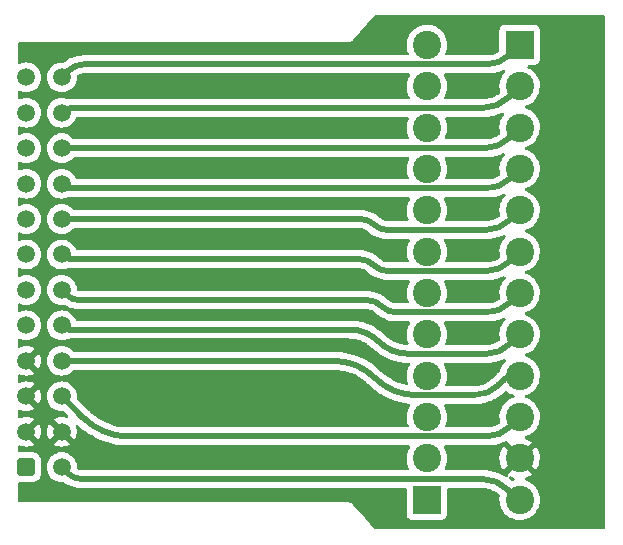
<source format=gbr>
%TF.GenerationSoftware,KiCad,Pcbnew,(6.0.0)*%
%TF.CreationDate,2022-04-26T02:16:27+02:00*%
%TF.ProjectId,Plug_Molex_microfit_3.0_To_Screew_v0.1,506c7567-5f4d-46f6-9c65-785f6d696372,rev?*%
%TF.SameCoordinates,Original*%
%TF.FileFunction,Copper,L1,Top*%
%TF.FilePolarity,Positive*%
%FSLAX46Y46*%
G04 Gerber Fmt 4.6, Leading zero omitted, Abs format (unit mm)*
G04 Created by KiCad (PCBNEW (6.0.0)) date 2022-04-26 02:16:27*
%MOMM*%
%LPD*%
G01*
G04 APERTURE LIST*
G04 Aperture macros list*
%AMRoundRect*
0 Rectangle with rounded corners*
0 $1 Rounding radius*
0 $2 $3 $4 $5 $6 $7 $8 $9 X,Y pos of 4 corners*
0 Add a 4 corners polygon primitive as box body*
4,1,4,$2,$3,$4,$5,$6,$7,$8,$9,$2,$3,0*
0 Add four circle primitives for the rounded corners*
1,1,$1+$1,$2,$3*
1,1,$1+$1,$4,$5*
1,1,$1+$1,$6,$7*
1,1,$1+$1,$8,$9*
0 Add four rect primitives between the rounded corners*
20,1,$1+$1,$2,$3,$4,$5,0*
20,1,$1+$1,$4,$5,$6,$7,0*
20,1,$1+$1,$6,$7,$8,$9,0*
20,1,$1+$1,$8,$9,$2,$3,0*%
G04 Aperture macros list end*
%TA.AperFunction,ComponentPad*%
%ADD10RoundRect,0.250001X0.499999X-0.499999X0.499999X0.499999X-0.499999X0.499999X-0.499999X-0.499999X0*%
%TD*%
%TA.AperFunction,ComponentPad*%
%ADD11C,1.500000*%
%TD*%
%TA.AperFunction,ComponentPad*%
%ADD12R,2.400000X2.400000*%
%TD*%
%TA.AperFunction,ComponentPad*%
%ADD13C,2.400000*%
%TD*%
%TA.AperFunction,Conductor*%
%ADD14C,0.500000*%
%TD*%
G04 APERTURE END LIST*
D10*
%TO.P,J2,1,Pin_1*%
%TO.N,+12v*%
X78235000Y-105495000D03*
D11*
%TO.P,J2,2,Pin_2*%
%TO.N,GND*%
X78235000Y-102495000D03*
%TO.P,J2,3,Pin_3*%
X78235000Y-99495000D03*
%TO.P,J2,4,Pin_4*%
X78235000Y-96495000D03*
%TO.P,J2,5,Pin_5*%
%TO.N,VVT*%
X78235000Y-93495000D03*
%TO.P,J2,6,Pin_6*%
%TO.N,IDLE1*%
X78235000Y-90495000D03*
%TO.P,J2,7,Pin_7*%
%TO.N,FP*%
X78235000Y-87495000D03*
%TO.P,J2,8,Pin_8*%
%TO.N,INJ1*%
X78235000Y-84495000D03*
%TO.P,J2,9,Pin_9*%
%TO.N,INJ2*%
X78235000Y-81495000D03*
%TO.P,J2,10,Pin_10*%
%TO.N,IDLE2*%
X78235000Y-78495000D03*
%TO.P,J2,11,Pin_11*%
%TO.N,ING1*%
X78235000Y-75495000D03*
%TO.P,J2,12,Pin_12*%
%TO.N,ING2*%
X78235000Y-72495000D03*
%TO.P,J2,13,Pin_13*%
%TO.N,Flaunch*%
X81235000Y-105495000D03*
%TO.P,J2,14,Pin_14*%
%TO.N,GND*%
X81235000Y-102495000D03*
%TO.P,J2,15,Pin_15*%
%TO.N,+5v*%
X81235000Y-99495000D03*
%TO.P,J2,16,Pin_16*%
%TO.N,O\u00B2*%
X81235000Y-96495000D03*
%TO.P,J2,17,Pin_17*%
%TO.N,TPS*%
X81235000Y-93495000D03*
%TO.P,J2,18,Pin_18*%
%TO.N,CLT*%
X81235000Y-90495000D03*
%TO.P,J2,19,Pin_19*%
%TO.N,IAT*%
X81235000Y-87495000D03*
%TO.P,J2,20,Pin_20*%
%TO.N,VR1+*%
X81235000Y-84495000D03*
%TO.P,J2,21,Pin_21*%
%TO.N,VR1-*%
X81235000Y-81495000D03*
%TO.P,J2,22,Pin_22*%
%TO.N,VR2+*%
X81235000Y-78495000D03*
%TO.P,J2,23,Pin_23*%
%TO.N,VR2-*%
X81235000Y-75495000D03*
%TO.P,J2,24,Pin_24*%
%TO.N,TACHO*%
X81235000Y-72495000D03*
%TD*%
D12*
%TO.P,J3,1,Pin_1*%
%TO.N,TACHO*%
X120000000Y-69750000D03*
D13*
%TO.P,J3,2,Pin_2*%
%TO.N,VR2-*%
X120000000Y-73250000D03*
%TO.P,J3,3,Pin_3*%
%TO.N,VR2+*%
X120000000Y-76750000D03*
%TO.P,J3,4,Pin_4*%
%TO.N,VR1-*%
X120000000Y-80250000D03*
%TO.P,J3,5,Pin_5*%
%TO.N,VR1+*%
X120000000Y-83750000D03*
%TO.P,J3,6,Pin_6*%
%TO.N,IAT*%
X120000000Y-87250000D03*
%TO.P,J3,7,Pin_7*%
%TO.N,CLT*%
X120000000Y-90750000D03*
%TO.P,J3,8,Pin_8*%
%TO.N,TPS*%
X120000000Y-94250000D03*
%TO.P,J3,9,Pin_9*%
%TO.N,O\u00B2*%
X120000000Y-97750000D03*
%TO.P,J3,10,Pin_10*%
%TO.N,+5v*%
X120000000Y-101250000D03*
%TO.P,J3,11,Pin_11*%
%TO.N,GND*%
X120000000Y-104750000D03*
%TO.P,J3,12,Pin_12*%
%TO.N,Flaunch*%
X120000000Y-108250000D03*
%TD*%
D12*
%TO.P,J1,1,Pin_1*%
%TO.N,+12v*%
X112150000Y-108250000D03*
D13*
%TO.P,J1,2,Pin_2*%
%TO.N,GND*%
X112150000Y-104750000D03*
%TO.P,J1,3,Pin_3*%
X112150000Y-101250000D03*
%TO.P,J1,4,Pin_4*%
X112150000Y-97750000D03*
%TO.P,J1,5,Pin_5*%
%TO.N,VVT*%
X112150000Y-94250000D03*
%TO.P,J1,6,Pin_6*%
%TO.N,IDLE1*%
X112150000Y-90750000D03*
%TO.P,J1,7,Pin_7*%
%TO.N,FP*%
X112150000Y-87250000D03*
%TO.P,J1,8,Pin_8*%
%TO.N,INJ1*%
X112150000Y-83750000D03*
%TO.P,J1,9,Pin_9*%
%TO.N,INJ2*%
X112150000Y-80250000D03*
%TO.P,J1,10,Pin_10*%
%TO.N,IDLE2*%
X112150000Y-76750000D03*
%TO.P,J1,11,Pin_11*%
%TO.N,ING1*%
X112150000Y-73250000D03*
%TO.P,J1,12,Pin_12*%
%TO.N,ING2*%
X112150000Y-69750000D03*
%TD*%
D14*
%TO.N,TACHO*%
X83104281Y-71400000D02*
X117183273Y-71400000D01*
X119175000Y-70575000D02*
X120000000Y-69750000D01*
X81782500Y-71947500D02*
X81235000Y-72495000D01*
X81782500Y-71947500D02*
G75*
G02*
X83104281Y-71400000I1321778J-1321772D01*
G01*
X117183273Y-71399999D02*
G75*
G03*
X119174999Y-70574999I-2J2816732D01*
G01*
%TO.N,VR2-*%
X81432255Y-75297744D02*
X81235000Y-75495000D01*
X119074755Y-74175244D02*
X120000000Y-73250000D01*
X116841017Y-75100489D02*
X81908472Y-75100489D01*
X116841017Y-75100489D02*
G75*
G03*
X119074755Y-74175244I-4J3158991D01*
G01*
X81432255Y-75297744D02*
G75*
G02*
X81908472Y-75100489I476212J-476207D01*
G01*
%TO.N,VR2+*%
X119127500Y-77622500D02*
X120000000Y-76750000D01*
X117021098Y-78495000D02*
X81235000Y-78495000D01*
X117021098Y-78495000D02*
G75*
G03*
X119127500Y-77622500I-4J2978912D01*
G01*
%TO.N,VR1-*%
X81437255Y-81697255D02*
X81235000Y-81495000D01*
X119175244Y-81074755D02*
X120000000Y-80250000D01*
X117184108Y-81899511D02*
X81925543Y-81899511D01*
X117184108Y-81899510D02*
G75*
G03*
X119175243Y-81074754I-4J2815900D01*
G01*
X81925543Y-81899510D02*
G75*
G02*
X81437256Y-81697254I1J690544D01*
G01*
%TO.N,VR1+*%
X119175244Y-84574755D02*
X120000000Y-83750000D01*
X106555414Y-84495000D02*
X81235000Y-84495000D01*
X108739096Y-85399511D02*
X117184108Y-85399511D01*
X106555414Y-84495001D02*
G75*
G02*
X107647254Y-84947256I1J-1544094D01*
G01*
X117184108Y-85399510D02*
G75*
G03*
X119175243Y-84574754I-4J2815900D01*
G01*
X108739096Y-85399511D02*
G75*
G02*
X107647255Y-84947255I3J1544101D01*
G01*
%TO.N,IAT*%
X81437500Y-87697500D02*
X81235000Y-87495000D01*
X108856272Y-88899511D02*
X117184108Y-88899511D01*
X119175244Y-88074755D02*
X120000000Y-87250000D01*
X81926378Y-87900000D02*
X106443238Y-87900000D01*
X108856272Y-88899511D02*
G75*
G02*
X107649755Y-88399755I2J1706276D01*
G01*
X81926378Y-87899999D02*
G75*
G02*
X81437501Y-87697499I4J691387D01*
G01*
X106443238Y-87900000D02*
G75*
G02*
X107649755Y-88399755I0J-1706274D01*
G01*
X117184108Y-88899510D02*
G75*
G03*
X119175243Y-88074754I-4J2815900D01*
G01*
%TO.N,CLT*%
X82694576Y-91350000D02*
X107057883Y-91350000D01*
X109591627Y-92399511D02*
X117184108Y-92399511D01*
X81662500Y-90922500D02*
X81235000Y-90495000D01*
X119175244Y-91574755D02*
X120000000Y-90750000D01*
X117184108Y-92399510D02*
G75*
G03*
X119175243Y-91574754I-4J2815900D01*
G01*
X109591627Y-92399510D02*
G75*
G02*
X108324756Y-91874754I2J1791631D01*
G01*
X107057883Y-91350001D02*
G75*
G02*
X108324754Y-91874756I2J-1791624D01*
G01*
X82694576Y-91349999D02*
G75*
G02*
X81662501Y-90922499I1J1459577D01*
G01*
%TO.N,TPS*%
X105600776Y-93850000D02*
X81841022Y-93850000D01*
X119175244Y-95074755D02*
X120000000Y-94250000D01*
X110548734Y-95899511D02*
X117184108Y-95899511D01*
X81412500Y-93672500D02*
X81235000Y-93495000D01*
X81841022Y-93849999D02*
G75*
G02*
X81412501Y-93672499I0J606020D01*
G01*
X105600776Y-93850000D02*
G75*
G02*
X108074755Y-94874755I1J-3498733D01*
G01*
X117184108Y-95899510D02*
G75*
G03*
X119175243Y-95074754I-4J2815900D01*
G01*
X110548734Y-95899510D02*
G75*
G02*
X108074755Y-94874755I2J3498739D01*
G01*
%TO.N,O\u00B2*%
X118646446Y-98103553D02*
X118175244Y-98574755D01*
X81237500Y-96497500D02*
X81235000Y-96495000D01*
X81243535Y-96500000D02*
X104249736Y-96500000D01*
X119500000Y-97750000D02*
X120000000Y-97750000D01*
X116184108Y-99399511D02*
X111249774Y-99399511D01*
X116184108Y-99399510D02*
G75*
G03*
X118175243Y-98574754I-4J2815900D01*
G01*
X104249736Y-96500000D02*
G75*
G02*
X107749755Y-97949755I-1J-4949777D01*
G01*
X81243535Y-96500000D02*
G75*
G02*
X81237500Y-96497500I0J8533D01*
G01*
X111249774Y-99399511D02*
G75*
G02*
X107749755Y-97949755I3J4949779D01*
G01*
X118646446Y-98103553D02*
G75*
G02*
X119500000Y-97750000I853552J-853551D01*
G01*
%TO.N,+5v*%
X86893963Y-102900000D02*
X117183273Y-102900000D01*
X83046207Y-101306207D02*
X81235000Y-99495000D01*
X119175000Y-102075000D02*
X120000000Y-101250000D01*
X86893963Y-102899999D02*
G75*
G02*
X83046207Y-101306207I2J5441553D01*
G01*
X117183273Y-102899999D02*
G75*
G03*
X119174999Y-102074999I-2J2816732D01*
G01*
%TO.N,Flaunch*%
X82879585Y-106500000D02*
X116740528Y-106500000D01*
X81235000Y-105495000D02*
X81687255Y-105947255D01*
X119000000Y-107400000D02*
X119925235Y-108325235D01*
X119033748Y-107425254D02*
G75*
G03*
X116800000Y-106500000I-2233764J-2233768D01*
G01*
X82850000Y-106500000D02*
G75*
G02*
X81758159Y-106047744I3J1544101D01*
G01*
%TD*%
%TA.AperFunction,Conductor*%
%TO.N,GND*%
G36*
X127184121Y-67278002D02*
G01*
X127230614Y-67331658D01*
X127242000Y-67384000D01*
X127242000Y-110616000D01*
X127221998Y-110684121D01*
X127168342Y-110730614D01*
X127116000Y-110742000D01*
X107784709Y-110742000D01*
X107716588Y-110721998D01*
X107690535Y-110699710D01*
X106540380Y-109405786D01*
X105914418Y-108701578D01*
X105902031Y-108685105D01*
X105895630Y-108674960D01*
X105895628Y-108674958D01*
X105890840Y-108667369D01*
X105884113Y-108661428D01*
X105862430Y-108642278D01*
X105858287Y-108638432D01*
X105855450Y-108635240D01*
X105833219Y-108616443D01*
X105831201Y-108614698D01*
X105799775Y-108586944D01*
X105781772Y-108571044D01*
X105776728Y-108568676D01*
X105772472Y-108565077D01*
X105712155Y-108538328D01*
X105709730Y-108537221D01*
X105650052Y-108509201D01*
X105644545Y-108508344D01*
X105639452Y-108506085D01*
X105630551Y-108504895D01*
X105630548Y-108504894D01*
X105574142Y-108497352D01*
X105571480Y-108496968D01*
X105557334Y-108494765D01*
X105544376Y-108492747D01*
X105544373Y-108492747D01*
X105539577Y-108492000D01*
X105535274Y-108492000D01*
X105529831Y-108491426D01*
X105504124Y-108487988D01*
X105504120Y-108487988D01*
X105495221Y-108486798D01*
X105471935Y-108490355D01*
X105470616Y-108490556D01*
X105451592Y-108492000D01*
X77634000Y-108492000D01*
X77565879Y-108471998D01*
X77519386Y-108418342D01*
X77508000Y-108366000D01*
X77508000Y-106874975D01*
X77528002Y-106806854D01*
X77581658Y-106760361D01*
X77646842Y-106749631D01*
X77684600Y-106753500D01*
X78785400Y-106753500D01*
X78788646Y-106753163D01*
X78788650Y-106753163D01*
X78884307Y-106743238D01*
X78884311Y-106743237D01*
X78891165Y-106742526D01*
X78897701Y-106740345D01*
X78897703Y-106740345D01*
X79051997Y-106688868D01*
X79058945Y-106686550D01*
X79209348Y-106593478D01*
X79334305Y-106468303D01*
X79388121Y-106380998D01*
X79423275Y-106323968D01*
X79423276Y-106323966D01*
X79427115Y-106317738D01*
X79482797Y-106149861D01*
X79483999Y-106138135D01*
X79493172Y-106048598D01*
X79493500Y-106045400D01*
X79493500Y-105495000D01*
X79971693Y-105495000D01*
X79990885Y-105714371D01*
X80047880Y-105927076D01*
X80091415Y-106020438D01*
X80138618Y-106121666D01*
X80138621Y-106121671D01*
X80140944Y-106126653D01*
X80144100Y-106131160D01*
X80144101Y-106131162D01*
X80242092Y-106271107D01*
X80267251Y-106307038D01*
X80422962Y-106462749D01*
X80427471Y-106465906D01*
X80427473Y-106465908D01*
X80498702Y-106515783D01*
X80603346Y-106589056D01*
X80802924Y-106682120D01*
X81015629Y-106739115D01*
X81235000Y-106758307D01*
X81240475Y-106757828D01*
X81345677Y-106748624D01*
X81415282Y-106762613D01*
X81429572Y-106771384D01*
X81623015Y-106908639D01*
X81849367Y-107033739D01*
X82088302Y-107132709D01*
X82336816Y-107204305D01*
X82591784Y-107247627D01*
X82666655Y-107251832D01*
X82798895Y-107259258D01*
X82809365Y-107260286D01*
X82824758Y-107262449D01*
X82824759Y-107262449D01*
X82828686Y-107263001D01*
X82839343Y-107263150D01*
X82846038Y-107263244D01*
X82846044Y-107263244D01*
X82849999Y-107263299D01*
X82885786Y-107259285D01*
X82899830Y-107258500D01*
X110315500Y-107258500D01*
X110383621Y-107278502D01*
X110430114Y-107332158D01*
X110441500Y-107384500D01*
X110441500Y-109498134D01*
X110448255Y-109560316D01*
X110499385Y-109696705D01*
X110586739Y-109813261D01*
X110703295Y-109900615D01*
X110839684Y-109951745D01*
X110901866Y-109958500D01*
X113398134Y-109958500D01*
X113460316Y-109951745D01*
X113596705Y-109900615D01*
X113713261Y-109813261D01*
X113800615Y-109696705D01*
X113851745Y-109560316D01*
X113858500Y-109498134D01*
X113858500Y-107384500D01*
X113878502Y-107316379D01*
X113932158Y-107269886D01*
X113984500Y-107258500D01*
X116744014Y-107258500D01*
X116759807Y-107259494D01*
X116789339Y-107263225D01*
X116799728Y-107262206D01*
X116814198Y-107260788D01*
X116833557Y-107260385D01*
X116982458Y-107268748D01*
X117061706Y-107273198D01*
X117075736Y-107274779D01*
X117228988Y-107300818D01*
X117327182Y-107317503D01*
X117340956Y-107320647D01*
X117463495Y-107355949D01*
X117586042Y-107391255D01*
X117599357Y-107395914D01*
X117835009Y-107493525D01*
X117847724Y-107499649D01*
X117981196Y-107573416D01*
X118070948Y-107623021D01*
X118082911Y-107630538D01*
X118276443Y-107767856D01*
X118320426Y-107823589D01*
X118327294Y-107894252D01*
X118325654Y-107901632D01*
X118312738Y-107952490D01*
X118287296Y-108205151D01*
X118299480Y-108458798D01*
X118309506Y-108509201D01*
X118339786Y-108661428D01*
X118349021Y-108707857D01*
X118350600Y-108712255D01*
X118350602Y-108712262D01*
X118395022Y-108835980D01*
X118434831Y-108946858D01*
X118555025Y-109170551D01*
X118557820Y-109174294D01*
X118557822Y-109174297D01*
X118704171Y-109370282D01*
X118704176Y-109370288D01*
X118706963Y-109374020D01*
X118710272Y-109377300D01*
X118710277Y-109377306D01*
X118883990Y-109549509D01*
X118887307Y-109552797D01*
X118891069Y-109555555D01*
X118891072Y-109555558D01*
X118996764Y-109633054D01*
X119092094Y-109702953D01*
X119096229Y-109705129D01*
X119096233Y-109705131D01*
X119214289Y-109767243D01*
X119316827Y-109821191D01*
X119556568Y-109904912D01*
X119806050Y-109952278D01*
X119926532Y-109957011D01*
X120055125Y-109962064D01*
X120055130Y-109962064D01*
X120059793Y-109962247D01*
X120158774Y-109951407D01*
X120307569Y-109935112D01*
X120307575Y-109935111D01*
X120312222Y-109934602D01*
X120421680Y-109905784D01*
X120553273Y-109871138D01*
X120557793Y-109869948D01*
X120706449Y-109806081D01*
X120786807Y-109771557D01*
X120786810Y-109771555D01*
X120791110Y-109769708D01*
X120795090Y-109767245D01*
X120795094Y-109767243D01*
X121003064Y-109638547D01*
X121003066Y-109638545D01*
X121007047Y-109636082D01*
X121105826Y-109552460D01*
X121197289Y-109475031D01*
X121197291Y-109475029D01*
X121200862Y-109472006D01*
X121368295Y-109281084D01*
X121371238Y-109276510D01*
X121503141Y-109071442D01*
X121505669Y-109067512D01*
X121609967Y-108835980D01*
X121678896Y-108591575D01*
X121689378Y-108509179D01*
X121710545Y-108342798D01*
X121710545Y-108342792D01*
X121710943Y-108339667D01*
X121713291Y-108250000D01*
X121694472Y-107996759D01*
X121638428Y-107749082D01*
X121592329Y-107630538D01*
X121548084Y-107516762D01*
X121548083Y-107516760D01*
X121546391Y-107512409D01*
X121478264Y-107393211D01*
X121422702Y-107295997D01*
X121422700Y-107295995D01*
X121420383Y-107291940D01*
X121263171Y-107092517D01*
X121078209Y-106918523D01*
X120917239Y-106806854D01*
X120873393Y-106776437D01*
X120873390Y-106776435D01*
X120869561Y-106773779D01*
X120865384Y-106771719D01*
X120865377Y-106771715D01*
X120645996Y-106663528D01*
X120645992Y-106663527D01*
X120641810Y-106661464D01*
X120575067Y-106640099D01*
X120515014Y-106620876D01*
X120456234Y-106581058D01*
X120428312Y-106515783D01*
X120440113Y-106445774D01*
X120487891Y-106393259D01*
X120521349Y-106379026D01*
X120553101Y-106370667D01*
X120561926Y-106367628D01*
X120786584Y-106271107D01*
X120794856Y-106266800D01*
X121002777Y-106138135D01*
X121004620Y-106136796D01*
X121012038Y-106125541D01*
X121005974Y-106115184D01*
X120012812Y-105122022D01*
X119998868Y-105114408D01*
X119997035Y-105114539D01*
X119990420Y-105118790D01*
X118998044Y-106111166D01*
X118990430Y-106125110D01*
X118990502Y-106126125D01*
X119012660Y-106184645D01*
X118997912Y-106254093D01*
X118947959Y-106304543D01*
X118878661Y-106319978D01*
X118819327Y-106300523D01*
X118762935Y-106264597D01*
X118760615Y-106263119D01*
X118529912Y-106143022D01*
X118459626Y-106106433D01*
X118459622Y-106106431D01*
X118457184Y-106105162D01*
X118141141Y-105974252D01*
X118138521Y-105973426D01*
X118138513Y-105973423D01*
X117817515Y-105872212D01*
X117817508Y-105872210D01*
X117814891Y-105871385D01*
X117480917Y-105797343D01*
X117159588Y-105755038D01*
X117144496Y-105753051D01*
X117144494Y-105753051D01*
X117141761Y-105752691D01*
X116844903Y-105739729D01*
X116832867Y-105738622D01*
X116821317Y-105736999D01*
X116811310Y-105736859D01*
X116803966Y-105736756D01*
X116803960Y-105736756D01*
X116800004Y-105736701D01*
X116764216Y-105740715D01*
X116750172Y-105741500D01*
X113771697Y-105741500D01*
X113703576Y-105721498D01*
X113657083Y-105667842D01*
X113646979Y-105597568D01*
X113656815Y-105563749D01*
X113757572Y-105340076D01*
X113760767Y-105331298D01*
X113827135Y-105095973D01*
X113828993Y-105086844D01*
X113860044Y-104842770D01*
X113860525Y-104836483D01*
X113862706Y-104753160D01*
X113862555Y-104746851D01*
X113859804Y-104709835D01*
X118288022Y-104709835D01*
X118299754Y-104954064D01*
X118300891Y-104963324D01*
X118348593Y-105203143D01*
X118351082Y-105212118D01*
X118433708Y-105442250D01*
X118437505Y-105450778D01*
X118553234Y-105666160D01*
X118558245Y-105674027D01*
X118615173Y-105750263D01*
X118626431Y-105758712D01*
X118638850Y-105751940D01*
X119627978Y-104762812D01*
X119634356Y-104751132D01*
X120364408Y-104751132D01*
X120364539Y-104752965D01*
X120368790Y-104759580D01*
X121363732Y-105754522D01*
X121376112Y-105761282D01*
X121384453Y-105755038D01*
X121502700Y-105571202D01*
X121507147Y-105563011D01*
X121607572Y-105340076D01*
X121610767Y-105331298D01*
X121677135Y-105095973D01*
X121678993Y-105086844D01*
X121710044Y-104842770D01*
X121710525Y-104836483D01*
X121712706Y-104753160D01*
X121712555Y-104746851D01*
X121694321Y-104501486D01*
X121692944Y-104492280D01*
X121638979Y-104253786D01*
X121636255Y-104244875D01*
X121547633Y-104016983D01*
X121543619Y-104008567D01*
X121422284Y-103796276D01*
X121417074Y-103788553D01*
X121385787Y-103748865D01*
X121373863Y-103740395D01*
X121362328Y-103746882D01*
X120372022Y-104737188D01*
X120364408Y-104751132D01*
X119634356Y-104751132D01*
X119635592Y-104748868D01*
X119635461Y-104747035D01*
X119631210Y-104740420D01*
X118636828Y-103746038D01*
X118623520Y-103738771D01*
X118613481Y-103745893D01*
X118608581Y-103751784D01*
X118603168Y-103759373D01*
X118476322Y-103968409D01*
X118472084Y-103976726D01*
X118377529Y-104202214D01*
X118374572Y-104211052D01*
X118314384Y-104448042D01*
X118312763Y-104457232D01*
X118288267Y-104700510D01*
X118288022Y-104709835D01*
X113859804Y-104709835D01*
X113844321Y-104501486D01*
X113842944Y-104492280D01*
X113788979Y-104253786D01*
X113786255Y-104244875D01*
X113697633Y-104016983D01*
X113693616Y-104008561D01*
X113601289Y-103847023D01*
X113584852Y-103777956D01*
X113608365Y-103710966D01*
X113664363Y-103667322D01*
X113710682Y-103658500D01*
X117121123Y-103658500D01*
X117138656Y-103659726D01*
X117147650Y-103660990D01*
X117158053Y-103662452D01*
X117158056Y-103662452D01*
X117161961Y-103663001D01*
X117172150Y-103663143D01*
X117179325Y-103663244D01*
X117179328Y-103663244D01*
X117183274Y-103663299D01*
X117187209Y-103662858D01*
X117187287Y-103662854D01*
X117194950Y-103662238D01*
X117531039Y-103645726D01*
X117531043Y-103645726D01*
X117534129Y-103645574D01*
X117726046Y-103617106D01*
X117878540Y-103594486D01*
X117878544Y-103594485D01*
X117881606Y-103594031D01*
X117884605Y-103593280D01*
X117884609Y-103593279D01*
X118123694Y-103533391D01*
X118222358Y-103508677D01*
X118225255Y-103507640D01*
X118225263Y-103507638D01*
X118374718Y-103454162D01*
X118553103Y-103390335D01*
X118555886Y-103389019D01*
X118555895Y-103389015D01*
X118806050Y-103270700D01*
X118876182Y-103259657D01*
X118941152Y-103288282D01*
X118980332Y-103347489D01*
X118981157Y-103357442D01*
X118993903Y-103384693D01*
X119987188Y-104377978D01*
X120001132Y-104385592D01*
X120002965Y-104385461D01*
X120009580Y-104381210D01*
X121002488Y-103388302D01*
X121008872Y-103376612D01*
X120999460Y-103364502D01*
X120873144Y-103276873D01*
X120865116Y-103272145D01*
X120645810Y-103163995D01*
X120637180Y-103160508D01*
X120514999Y-103121397D01*
X120456220Y-103081579D01*
X120428298Y-103016303D01*
X120440100Y-102946294D01*
X120487877Y-102893779D01*
X120521334Y-102879547D01*
X120553270Y-102871139D01*
X120553272Y-102871138D01*
X120557793Y-102869948D01*
X120675811Y-102819244D01*
X120786807Y-102771557D01*
X120786810Y-102771555D01*
X120791110Y-102769708D01*
X120795090Y-102767245D01*
X120795094Y-102767243D01*
X121003064Y-102638547D01*
X121003066Y-102638545D01*
X121007047Y-102636082D01*
X121142063Y-102521783D01*
X121197289Y-102475031D01*
X121197291Y-102475029D01*
X121200862Y-102472006D01*
X121368295Y-102281084D01*
X121453559Y-102148527D01*
X121490121Y-102091684D01*
X121505669Y-102067512D01*
X121609967Y-101835980D01*
X121611288Y-101831298D01*
X121618753Y-101804828D01*
X121678896Y-101591575D01*
X121695974Y-101457334D01*
X121710545Y-101342798D01*
X121710545Y-101342792D01*
X121710943Y-101339667D01*
X121711027Y-101336483D01*
X121713208Y-101253160D01*
X121713291Y-101250000D01*
X121701316Y-101088859D01*
X121694818Y-101001411D01*
X121694817Y-101001407D01*
X121694472Y-100996759D01*
X121683449Y-100948042D01*
X121639459Y-100753639D01*
X121638428Y-100749082D01*
X121636735Y-100744728D01*
X121548084Y-100516762D01*
X121548083Y-100516760D01*
X121546391Y-100512409D01*
X121525866Y-100476498D01*
X121422702Y-100295997D01*
X121422700Y-100295995D01*
X121420383Y-100291940D01*
X121263171Y-100092517D01*
X121168968Y-100003900D01*
X121081610Y-99921722D01*
X121081608Y-99921720D01*
X121078209Y-99918523D01*
X121027709Y-99883490D01*
X120873393Y-99776437D01*
X120873390Y-99776435D01*
X120869561Y-99773779D01*
X120865384Y-99771719D01*
X120865377Y-99771715D01*
X120645996Y-99663528D01*
X120645992Y-99663527D01*
X120641810Y-99661464D01*
X120515901Y-99621160D01*
X120457121Y-99581342D01*
X120429199Y-99516067D01*
X120441000Y-99446058D01*
X120488778Y-99393543D01*
X120522234Y-99379310D01*
X120523929Y-99378864D01*
X120557793Y-99369948D01*
X120764371Y-99281196D01*
X120786807Y-99271557D01*
X120786810Y-99271555D01*
X120791110Y-99269708D01*
X120795090Y-99267245D01*
X120795094Y-99267243D01*
X121003064Y-99138547D01*
X121003066Y-99138545D01*
X121007047Y-99136082D01*
X121012195Y-99131724D01*
X121197289Y-98975031D01*
X121197291Y-98975029D01*
X121200862Y-98972006D01*
X121368295Y-98781084D01*
X121458780Y-98640410D01*
X121491573Y-98589426D01*
X121505669Y-98567512D01*
X121609967Y-98335980D01*
X121611288Y-98331298D01*
X121634101Y-98250406D01*
X121678896Y-98091575D01*
X121710943Y-97839667D01*
X121711027Y-97836483D01*
X121713208Y-97753160D01*
X121713291Y-97750000D01*
X121706884Y-97663788D01*
X121694818Y-97501411D01*
X121694817Y-97501407D01*
X121694472Y-97496759D01*
X121686777Y-97462749D01*
X121644114Y-97274209D01*
X121638428Y-97249082D01*
X121608185Y-97171311D01*
X121548084Y-97016762D01*
X121548083Y-97016760D01*
X121546391Y-97012409D01*
X121525866Y-96976498D01*
X121422702Y-96795997D01*
X121422700Y-96795995D01*
X121420383Y-96791940D01*
X121263171Y-96592517D01*
X121078209Y-96418523D01*
X120880123Y-96281106D01*
X120873393Y-96276437D01*
X120873390Y-96276435D01*
X120869561Y-96273779D01*
X120865384Y-96271719D01*
X120865377Y-96271715D01*
X120645996Y-96163528D01*
X120645992Y-96163527D01*
X120641810Y-96161464D01*
X120515901Y-96121160D01*
X120457121Y-96081342D01*
X120429199Y-96016067D01*
X120441000Y-95946058D01*
X120488778Y-95893543D01*
X120522234Y-95879310D01*
X120523929Y-95878864D01*
X120557793Y-95869948D01*
X120703986Y-95807139D01*
X120786807Y-95771557D01*
X120786810Y-95771555D01*
X120791110Y-95769708D01*
X120795090Y-95767245D01*
X120795094Y-95767243D01*
X121003064Y-95638547D01*
X121003066Y-95638545D01*
X121007047Y-95636082D01*
X121010624Y-95633054D01*
X121197289Y-95475031D01*
X121197291Y-95475029D01*
X121200862Y-95472006D01*
X121368295Y-95281084D01*
X121386486Y-95252804D01*
X121491573Y-95089426D01*
X121505669Y-95067512D01*
X121609967Y-94835980D01*
X121678896Y-94591575D01*
X121696382Y-94454126D01*
X121710545Y-94342798D01*
X121710545Y-94342792D01*
X121710943Y-94339667D01*
X121711130Y-94332554D01*
X121713208Y-94253160D01*
X121713291Y-94250000D01*
X121703754Y-94121666D01*
X121694818Y-94001411D01*
X121694817Y-94001407D01*
X121694472Y-93996759D01*
X121679833Y-93932061D01*
X121639459Y-93753639D01*
X121638428Y-93749082D01*
X121620138Y-93702050D01*
X121548084Y-93516762D01*
X121548083Y-93516760D01*
X121546391Y-93512409D01*
X121525866Y-93476498D01*
X121422702Y-93295997D01*
X121422700Y-93295995D01*
X121420383Y-93291940D01*
X121263171Y-93092517D01*
X121078209Y-92918523D01*
X120971462Y-92844470D01*
X120873393Y-92776437D01*
X120873390Y-92776435D01*
X120869561Y-92773779D01*
X120865384Y-92771719D01*
X120865377Y-92771715D01*
X120645996Y-92663528D01*
X120645992Y-92663527D01*
X120641810Y-92661464D01*
X120515901Y-92621160D01*
X120457121Y-92581342D01*
X120429199Y-92516067D01*
X120441000Y-92446058D01*
X120488778Y-92393543D01*
X120522234Y-92379310D01*
X120523929Y-92378864D01*
X120557793Y-92369948D01*
X120696852Y-92310204D01*
X120786807Y-92271557D01*
X120786810Y-92271555D01*
X120791110Y-92269708D01*
X120795090Y-92267245D01*
X120795094Y-92267243D01*
X121003064Y-92138547D01*
X121003066Y-92138545D01*
X121007047Y-92136082D01*
X121025522Y-92120442D01*
X121197289Y-91975031D01*
X121197291Y-91975029D01*
X121200862Y-91972006D01*
X121368295Y-91781084D01*
X121378689Y-91764926D01*
X121491811Y-91589056D01*
X121505669Y-91567512D01*
X121609967Y-91335980D01*
X121678896Y-91091575D01*
X121710943Y-90839667D01*
X121713291Y-90750000D01*
X121705929Y-90650930D01*
X121694818Y-90501411D01*
X121694817Y-90501407D01*
X121694472Y-90496759D01*
X121692836Y-90489525D01*
X121639459Y-90253639D01*
X121638428Y-90249082D01*
X121546391Y-90012409D01*
X121525866Y-89976498D01*
X121422702Y-89795997D01*
X121422700Y-89795995D01*
X121420383Y-89791940D01*
X121263171Y-89592517D01*
X121168323Y-89503293D01*
X121081610Y-89421722D01*
X121081608Y-89421720D01*
X121078209Y-89418523D01*
X120922068Y-89310204D01*
X120873393Y-89276437D01*
X120873390Y-89276435D01*
X120869561Y-89273779D01*
X120865384Y-89271719D01*
X120865377Y-89271715D01*
X120645996Y-89163528D01*
X120645992Y-89163527D01*
X120641810Y-89161464D01*
X120529009Y-89125356D01*
X120515901Y-89121160D01*
X120457121Y-89081342D01*
X120429199Y-89016067D01*
X120441000Y-88946058D01*
X120488778Y-88893543D01*
X120522234Y-88879310D01*
X120523929Y-88878864D01*
X120557793Y-88869948D01*
X120675811Y-88819244D01*
X120786807Y-88771557D01*
X120786810Y-88771555D01*
X120791110Y-88769708D01*
X120795090Y-88767245D01*
X120795094Y-88767243D01*
X121003064Y-88638547D01*
X121003066Y-88638545D01*
X121007047Y-88636082D01*
X121016875Y-88627762D01*
X121197289Y-88475031D01*
X121197291Y-88475029D01*
X121200862Y-88472006D01*
X121368295Y-88281084D01*
X121458780Y-88140410D01*
X121491573Y-88089426D01*
X121505669Y-88067512D01*
X121609967Y-87835980D01*
X121678896Y-87591575D01*
X121705546Y-87382089D01*
X121710545Y-87342798D01*
X121710545Y-87342792D01*
X121710943Y-87339667D01*
X121713291Y-87250000D01*
X121705228Y-87141500D01*
X121694818Y-87001411D01*
X121694817Y-87001407D01*
X121694472Y-86996759D01*
X121663264Y-86858838D01*
X121639459Y-86753639D01*
X121638428Y-86749082D01*
X121614470Y-86687473D01*
X121548084Y-86516762D01*
X121548083Y-86516760D01*
X121546391Y-86512409D01*
X121525866Y-86476498D01*
X121422702Y-86295997D01*
X121422700Y-86295995D01*
X121420383Y-86291940D01*
X121263171Y-86092517D01*
X121095301Y-85934601D01*
X121081610Y-85921722D01*
X121081608Y-85921720D01*
X121078209Y-85918523D01*
X120971462Y-85844470D01*
X120873393Y-85776437D01*
X120873390Y-85776435D01*
X120869561Y-85773779D01*
X120865384Y-85771719D01*
X120865377Y-85771715D01*
X120645996Y-85663528D01*
X120645992Y-85663527D01*
X120641810Y-85661464D01*
X120515901Y-85621160D01*
X120457121Y-85581342D01*
X120429199Y-85516067D01*
X120441000Y-85446058D01*
X120488778Y-85393543D01*
X120522234Y-85379310D01*
X120523929Y-85378864D01*
X120557793Y-85369948D01*
X120724085Y-85298504D01*
X120786807Y-85271557D01*
X120786810Y-85271555D01*
X120791110Y-85269708D01*
X120795090Y-85267245D01*
X120795094Y-85267243D01*
X121003064Y-85138547D01*
X121003066Y-85138545D01*
X121007047Y-85136082D01*
X121200862Y-84972006D01*
X121368295Y-84781084D01*
X121458780Y-84640410D01*
X121491573Y-84589426D01*
X121505669Y-84567512D01*
X121609967Y-84335980D01*
X121678896Y-84091575D01*
X121707893Y-83863644D01*
X121710545Y-83842798D01*
X121710545Y-83842792D01*
X121710943Y-83839667D01*
X121713291Y-83750000D01*
X121708943Y-83691496D01*
X121694818Y-83501411D01*
X121694817Y-83501407D01*
X121694472Y-83496759D01*
X121687899Y-83467707D01*
X121639459Y-83253639D01*
X121638428Y-83249082D01*
X121546391Y-83012409D01*
X121525866Y-82976498D01*
X121422702Y-82795997D01*
X121422700Y-82795995D01*
X121420383Y-82791940D01*
X121263171Y-82592517D01*
X121078209Y-82418523D01*
X120971462Y-82344470D01*
X120873393Y-82276437D01*
X120873390Y-82276435D01*
X120869561Y-82273779D01*
X120865384Y-82271719D01*
X120865377Y-82271715D01*
X120645996Y-82163528D01*
X120645992Y-82163527D01*
X120641810Y-82161464D01*
X120533061Y-82126653D01*
X120515901Y-82121160D01*
X120457121Y-82081342D01*
X120429199Y-82016067D01*
X120441000Y-81946058D01*
X120488778Y-81893543D01*
X120522234Y-81879310D01*
X120523929Y-81878864D01*
X120557793Y-81869948D01*
X120675811Y-81819244D01*
X120786807Y-81771557D01*
X120786810Y-81771555D01*
X120791110Y-81769708D01*
X120795090Y-81767245D01*
X120795094Y-81767243D01*
X121003064Y-81638547D01*
X121003066Y-81638545D01*
X121007047Y-81636082D01*
X121167233Y-81500475D01*
X121197289Y-81475031D01*
X121197291Y-81475029D01*
X121200862Y-81472006D01*
X121368295Y-81281084D01*
X121375220Y-81270319D01*
X121491573Y-81089426D01*
X121505669Y-81067512D01*
X121609967Y-80835980D01*
X121678896Y-80591575D01*
X121703148Y-80400944D01*
X121710545Y-80342798D01*
X121710545Y-80342792D01*
X121710943Y-80339667D01*
X121711715Y-80310205D01*
X121713208Y-80253160D01*
X121713291Y-80250000D01*
X121694472Y-79996759D01*
X121638428Y-79749082D01*
X121611484Y-79679795D01*
X121548084Y-79516762D01*
X121548083Y-79516760D01*
X121546391Y-79512409D01*
X121525866Y-79476498D01*
X121422702Y-79295997D01*
X121422700Y-79295995D01*
X121420383Y-79291940D01*
X121263171Y-79092517D01*
X121101932Y-78940839D01*
X121081610Y-78921722D01*
X121081608Y-78921720D01*
X121078209Y-78918523D01*
X121038182Y-78890755D01*
X120873393Y-78776437D01*
X120873390Y-78776435D01*
X120869561Y-78773779D01*
X120865384Y-78771719D01*
X120865377Y-78771715D01*
X120645996Y-78663528D01*
X120645992Y-78663527D01*
X120641810Y-78661464D01*
X120515901Y-78621160D01*
X120457121Y-78581342D01*
X120429199Y-78516067D01*
X120441000Y-78446058D01*
X120488778Y-78393543D01*
X120522234Y-78379310D01*
X120523929Y-78378864D01*
X120557793Y-78369948D01*
X120675811Y-78319244D01*
X120786807Y-78271557D01*
X120786810Y-78271555D01*
X120791110Y-78269708D01*
X120795090Y-78267245D01*
X120795094Y-78267243D01*
X121003064Y-78138547D01*
X121003066Y-78138545D01*
X121007047Y-78136082D01*
X121010624Y-78133054D01*
X121197289Y-77975031D01*
X121197291Y-77975029D01*
X121200862Y-77972006D01*
X121368295Y-77781084D01*
X121396973Y-77736500D01*
X121503141Y-77571442D01*
X121505669Y-77567512D01*
X121609967Y-77335980D01*
X121678896Y-77091575D01*
X121710943Y-76839667D01*
X121713291Y-76750000D01*
X121694472Y-76496759D01*
X121689399Y-76474337D01*
X121639459Y-76253639D01*
X121638428Y-76249082D01*
X121620138Y-76202050D01*
X121548084Y-76016762D01*
X121548083Y-76016760D01*
X121546391Y-76012409D01*
X121525866Y-75976498D01*
X121422702Y-75795997D01*
X121422700Y-75795995D01*
X121420383Y-75791940D01*
X121263171Y-75592517D01*
X121078209Y-75418523D01*
X121035990Y-75389235D01*
X120873393Y-75276437D01*
X120873390Y-75276435D01*
X120869561Y-75273779D01*
X120865384Y-75271719D01*
X120865377Y-75271715D01*
X120645996Y-75163528D01*
X120645992Y-75163527D01*
X120641810Y-75161464D01*
X120515901Y-75121160D01*
X120457121Y-75081342D01*
X120429199Y-75016067D01*
X120441000Y-74946058D01*
X120488778Y-74893543D01*
X120522234Y-74879310D01*
X120523929Y-74878864D01*
X120557793Y-74869948D01*
X120675811Y-74819244D01*
X120786807Y-74771557D01*
X120786810Y-74771555D01*
X120791110Y-74769708D01*
X120795090Y-74767245D01*
X120795094Y-74767243D01*
X121003064Y-74638547D01*
X121003066Y-74638545D01*
X121007047Y-74636082D01*
X121091328Y-74564733D01*
X121197289Y-74475031D01*
X121197291Y-74475029D01*
X121200862Y-74472006D01*
X121368295Y-74281084D01*
X121386805Y-74252308D01*
X121503141Y-74071442D01*
X121505669Y-74067512D01*
X121609967Y-73835980D01*
X121678896Y-73591575D01*
X121710943Y-73339667D01*
X121711696Y-73310935D01*
X121713208Y-73253160D01*
X121713291Y-73250000D01*
X121703754Y-73121666D01*
X121694818Y-73001411D01*
X121694817Y-73001407D01*
X121694472Y-72996759D01*
X121679833Y-72932061D01*
X121639459Y-72753639D01*
X121638428Y-72749082D01*
X121546391Y-72512409D01*
X121525866Y-72476498D01*
X121422702Y-72295997D01*
X121422700Y-72295995D01*
X121420383Y-72291940D01*
X121263171Y-72092517D01*
X121078209Y-71918523D01*
X121035673Y-71889015D01*
X120873393Y-71776437D01*
X120873390Y-71776435D01*
X120869561Y-71773779D01*
X120824429Y-71751522D01*
X120714896Y-71697506D01*
X120662647Y-71649437D01*
X120644681Y-71580752D01*
X120666700Y-71513256D01*
X120721716Y-71468380D01*
X120770625Y-71458500D01*
X121248134Y-71458500D01*
X121310316Y-71451745D01*
X121446705Y-71400615D01*
X121563261Y-71313261D01*
X121650615Y-71196705D01*
X121701745Y-71060316D01*
X121708500Y-70998134D01*
X121708500Y-68501866D01*
X121701745Y-68439684D01*
X121650615Y-68303295D01*
X121563261Y-68186739D01*
X121446705Y-68099385D01*
X121310316Y-68048255D01*
X121248134Y-68041500D01*
X118751866Y-68041500D01*
X118689684Y-68048255D01*
X118553295Y-68099385D01*
X118436739Y-68186739D01*
X118349385Y-68303295D01*
X118298255Y-68439684D01*
X118291500Y-68501866D01*
X118291500Y-70244410D01*
X118271498Y-70312531D01*
X118226449Y-70354688D01*
X118082494Y-70434249D01*
X118069771Y-70440376D01*
X117869592Y-70523293D01*
X117856273Y-70527954D01*
X117718964Y-70567512D01*
X117648070Y-70587936D01*
X117634295Y-70591080D01*
X117527496Y-70609226D01*
X117420692Y-70627373D01*
X117406660Y-70628954D01*
X117335873Y-70632929D01*
X117227997Y-70638987D01*
X117205146Y-70638192D01*
X117193929Y-70636775D01*
X117154089Y-70640681D01*
X117151870Y-70640899D01*
X117139574Y-70641500D01*
X113817293Y-70641500D01*
X113749172Y-70621498D01*
X113702679Y-70567842D01*
X113692575Y-70497568D01*
X113702411Y-70463749D01*
X113715701Y-70434247D01*
X113759967Y-70335980D01*
X113828896Y-70091575D01*
X113860943Y-69839667D01*
X113863291Y-69750000D01*
X113854671Y-69634000D01*
X113844818Y-69501411D01*
X113844817Y-69501407D01*
X113844472Y-69496759D01*
X113842868Y-69489668D01*
X113789459Y-69253639D01*
X113788428Y-69249082D01*
X113696391Y-69012409D01*
X113675866Y-68976498D01*
X113572702Y-68795997D01*
X113572700Y-68795995D01*
X113570383Y-68791940D01*
X113413171Y-68592517D01*
X113228209Y-68418523D01*
X113184483Y-68388189D01*
X113023393Y-68276437D01*
X113023390Y-68276435D01*
X113019561Y-68273779D01*
X113015384Y-68271719D01*
X113015377Y-68271715D01*
X112795996Y-68163528D01*
X112795992Y-68163527D01*
X112791810Y-68161464D01*
X112549960Y-68084047D01*
X112545355Y-68083297D01*
X112303935Y-68043980D01*
X112303934Y-68043980D01*
X112299323Y-68043229D01*
X112172364Y-68041567D01*
X112050083Y-68039966D01*
X112050080Y-68039966D01*
X112045406Y-68039905D01*
X111793787Y-68074149D01*
X111549993Y-68145208D01*
X111319380Y-68251522D01*
X111315471Y-68254085D01*
X111110928Y-68388189D01*
X111110923Y-68388193D01*
X111107015Y-68390755D01*
X111052195Y-68439684D01*
X110926520Y-68551853D01*
X110917562Y-68559848D01*
X110755183Y-68755087D01*
X110623447Y-68972182D01*
X110525246Y-69206365D01*
X110462738Y-69452490D01*
X110437296Y-69705151D01*
X110449480Y-69958798D01*
X110499021Y-70207857D01*
X110500600Y-70212255D01*
X110500602Y-70212262D01*
X110580303Y-70434247D01*
X110584831Y-70446858D01*
X110587048Y-70450984D01*
X110589669Y-70455862D01*
X110604292Y-70525336D01*
X110579034Y-70591688D01*
X110521912Y-70633850D01*
X110478677Y-70641500D01*
X83166433Y-70641500D01*
X83148900Y-70640274D01*
X83139741Y-70638987D01*
X83129503Y-70637548D01*
X83129500Y-70637548D01*
X83125595Y-70636999D01*
X83117246Y-70636882D01*
X83108243Y-70636756D01*
X83108237Y-70636756D01*
X83104282Y-70636701D01*
X83096732Y-70637548D01*
X83096001Y-70637630D01*
X83089028Y-70638217D01*
X82809600Y-70653909D01*
X82518624Y-70703347D01*
X82235012Y-70785054D01*
X82098673Y-70841528D01*
X81965601Y-70896648D01*
X81965596Y-70896650D01*
X81962333Y-70898002D01*
X81704014Y-71040770D01*
X81463304Y-71211563D01*
X81460661Y-71213925D01*
X81457906Y-71216122D01*
X81456828Y-71214771D01*
X81398819Y-71242268D01*
X81368131Y-71243340D01*
X81240476Y-71232172D01*
X81240475Y-71232172D01*
X81235000Y-71231693D01*
X81015629Y-71250885D01*
X80802924Y-71307880D01*
X80726534Y-71343501D01*
X80608334Y-71398618D01*
X80608329Y-71398621D01*
X80603347Y-71400944D01*
X80598840Y-71404100D01*
X80598838Y-71404101D01*
X80427473Y-71524092D01*
X80427470Y-71524094D01*
X80422962Y-71527251D01*
X80267251Y-71682962D01*
X80264094Y-71687470D01*
X80264092Y-71687473D01*
X80205105Y-71771715D01*
X80140944Y-71863347D01*
X80138621Y-71868329D01*
X80138618Y-71868334D01*
X80128359Y-71890335D01*
X80047880Y-72062924D01*
X79990885Y-72275629D01*
X79971693Y-72495000D01*
X79990885Y-72714371D01*
X80047880Y-72927076D01*
X80059731Y-72952490D01*
X80138618Y-73121666D01*
X80138621Y-73121671D01*
X80140944Y-73126653D01*
X80144100Y-73131160D01*
X80144101Y-73131162D01*
X80253759Y-73287769D01*
X80267251Y-73307038D01*
X80422962Y-73462749D01*
X80603346Y-73589056D01*
X80802924Y-73682120D01*
X81015629Y-73739115D01*
X81235000Y-73758307D01*
X81454371Y-73739115D01*
X81667076Y-73682120D01*
X81866654Y-73589056D01*
X82047038Y-73462749D01*
X82202749Y-73307038D01*
X82216242Y-73287769D01*
X82325899Y-73131162D01*
X82325900Y-73131160D01*
X82329056Y-73126653D01*
X82331379Y-73121671D01*
X82331382Y-73121666D01*
X82410269Y-72952490D01*
X82422120Y-72927076D01*
X82479115Y-72714371D01*
X82498307Y-72495000D01*
X82497828Y-72489525D01*
X82497828Y-72489515D01*
X82492389Y-72427349D01*
X82506377Y-72357744D01*
X82552072Y-72308936D01*
X82591545Y-72284746D01*
X82609159Y-72275772D01*
X82622324Y-72270319D01*
X82751873Y-72216658D01*
X82770667Y-72210551D01*
X82920874Y-72174490D01*
X82940401Y-72171397D01*
X83061799Y-72161843D01*
X83079591Y-72162262D01*
X83079591Y-72162243D01*
X83086629Y-72162341D01*
X83093623Y-72163225D01*
X83135681Y-72159101D01*
X83147978Y-72158500D01*
X110589952Y-72158500D01*
X110658073Y-72178502D01*
X110704566Y-72232158D01*
X110714670Y-72302432D01*
X110697673Y-72349862D01*
X110623447Y-72472182D01*
X110621638Y-72476496D01*
X110621637Y-72476498D01*
X110528087Y-72699591D01*
X110525246Y-72706365D01*
X110524095Y-72710897D01*
X110524094Y-72710900D01*
X110521864Y-72719681D01*
X110462738Y-72952490D01*
X110437296Y-73205151D01*
X110437520Y-73209817D01*
X110437520Y-73209822D01*
X110441973Y-73302527D01*
X110449480Y-73458798D01*
X110462110Y-73522294D01*
X110494185Y-73683543D01*
X110499021Y-73707857D01*
X110500600Y-73712255D01*
X110500602Y-73712262D01*
X110545022Y-73835980D01*
X110584831Y-73946858D01*
X110587048Y-73950984D01*
X110697395Y-74156351D01*
X110712018Y-74225825D01*
X110686760Y-74292177D01*
X110629638Y-74334339D01*
X110586403Y-74341989D01*
X81970630Y-74341989D01*
X81953094Y-74340763D01*
X81933700Y-74338037D01*
X81933694Y-74338037D01*
X81929791Y-74337488D01*
X81921870Y-74337377D01*
X81912441Y-74337245D01*
X81912434Y-74337245D01*
X81908478Y-74337190D01*
X81874338Y-74341019D01*
X81868547Y-74341533D01*
X81787403Y-74346851D01*
X81725913Y-74335316D01*
X81707854Y-74326895D01*
X81667076Y-74307880D01*
X81454371Y-74250885D01*
X81235000Y-74231693D01*
X81015629Y-74250885D01*
X80802924Y-74307880D01*
X80731066Y-74341388D01*
X80608334Y-74398618D01*
X80608329Y-74398621D01*
X80603347Y-74400944D01*
X80598840Y-74404100D01*
X80598838Y-74404101D01*
X80427473Y-74524092D01*
X80427470Y-74524094D01*
X80422962Y-74527251D01*
X80267251Y-74682962D01*
X80264094Y-74687470D01*
X80264092Y-74687473D01*
X80205216Y-74771557D01*
X80140944Y-74863347D01*
X80138621Y-74868329D01*
X80138618Y-74868334D01*
X80133500Y-74879310D01*
X80047880Y-75062924D01*
X79990885Y-75275629D01*
X79971693Y-75495000D01*
X79990885Y-75714371D01*
X80047880Y-75927076D01*
X80067048Y-75968181D01*
X80138618Y-76121666D01*
X80138621Y-76121671D01*
X80140944Y-76126653D01*
X80144100Y-76131160D01*
X80144101Y-76131162D01*
X80237031Y-76263879D01*
X80267251Y-76307038D01*
X80422962Y-76462749D01*
X80603346Y-76589056D01*
X80802924Y-76682120D01*
X81015629Y-76739115D01*
X81235000Y-76758307D01*
X81454371Y-76739115D01*
X81667076Y-76682120D01*
X81866654Y-76589056D01*
X82047038Y-76462749D01*
X82202749Y-76307038D01*
X82232970Y-76263879D01*
X82325899Y-76131162D01*
X82325900Y-76131160D01*
X82329056Y-76126653D01*
X82331379Y-76121671D01*
X82331382Y-76121666D01*
X82419946Y-75931739D01*
X82466863Y-75878454D01*
X82534141Y-75858989D01*
X110481447Y-75858989D01*
X110549568Y-75878991D01*
X110596061Y-75932647D01*
X110606165Y-76002921D01*
X110597644Y-76033714D01*
X110527057Y-76202045D01*
X110527055Y-76202050D01*
X110525246Y-76206365D01*
X110524095Y-76210897D01*
X110524094Y-76210900D01*
X110493017Y-76333267D01*
X110462738Y-76452490D01*
X110437296Y-76705151D01*
X110449480Y-76958798D01*
X110499021Y-77207857D01*
X110500600Y-77212255D01*
X110500602Y-77212262D01*
X110545022Y-77335980D01*
X110584831Y-77446858D01*
X110587048Y-77450984D01*
X110640714Y-77550862D01*
X110655337Y-77620336D01*
X110630079Y-77686688D01*
X110572957Y-77728850D01*
X110529722Y-77736500D01*
X82305802Y-77736500D01*
X82237681Y-77716498D01*
X82209284Y-77691496D01*
X82205906Y-77687471D01*
X82202749Y-77682962D01*
X82047038Y-77527251D01*
X82031842Y-77516610D01*
X81938118Y-77450984D01*
X81866654Y-77400944D01*
X81667076Y-77307880D01*
X81454371Y-77250885D01*
X81235000Y-77231693D01*
X81015629Y-77250885D01*
X80802924Y-77307880D01*
X80726534Y-77343501D01*
X80608334Y-77398618D01*
X80608329Y-77398621D01*
X80603347Y-77400944D01*
X80598840Y-77404100D01*
X80598838Y-77404101D01*
X80427473Y-77524092D01*
X80427470Y-77524094D01*
X80422962Y-77527251D01*
X80267251Y-77682962D01*
X80264094Y-77687470D01*
X80264092Y-77687473D01*
X80198545Y-77781084D01*
X80140944Y-77863347D01*
X80138621Y-77868329D01*
X80138618Y-77868334D01*
X80091916Y-77968488D01*
X80047880Y-78062924D01*
X79990885Y-78275629D01*
X79971693Y-78495000D01*
X79990885Y-78714371D01*
X80047880Y-78927076D01*
X80091415Y-79020438D01*
X80138618Y-79121666D01*
X80138621Y-79121671D01*
X80140944Y-79126653D01*
X80144100Y-79131160D01*
X80144101Y-79131162D01*
X80243769Y-79273502D01*
X80267251Y-79307038D01*
X80422962Y-79462749D01*
X80427471Y-79465906D01*
X80427473Y-79465908D01*
X80442597Y-79476498D01*
X80603346Y-79589056D01*
X80802924Y-79682120D01*
X81015629Y-79739115D01*
X81235000Y-79758307D01*
X81454371Y-79739115D01*
X81667076Y-79682120D01*
X81866654Y-79589056D01*
X82027403Y-79476498D01*
X82042527Y-79465908D01*
X82042529Y-79465906D01*
X82047038Y-79462749D01*
X82202749Y-79307038D01*
X82205908Y-79302527D01*
X82209284Y-79298504D01*
X82268395Y-79259181D01*
X82305802Y-79253500D01*
X110532304Y-79253500D01*
X110600425Y-79273502D01*
X110646918Y-79327158D01*
X110657022Y-79397432D01*
X110640024Y-79444864D01*
X110623447Y-79472182D01*
X110621638Y-79476496D01*
X110621637Y-79476498D01*
X110535413Y-79682120D01*
X110525246Y-79706365D01*
X110524095Y-79710897D01*
X110524094Y-79710900D01*
X110516807Y-79739594D01*
X110462738Y-79952490D01*
X110437296Y-80205151D01*
X110449480Y-80458798D01*
X110499021Y-80707857D01*
X110500600Y-80712255D01*
X110500602Y-80712262D01*
X110556638Y-80868334D01*
X110584831Y-80946858D01*
X110589408Y-80955377D01*
X110604029Y-81024850D01*
X110578769Y-81091201D01*
X110521646Y-81133362D01*
X110478414Y-81141011D01*
X82538257Y-81141011D01*
X82470136Y-81121009D01*
X82423643Y-81067353D01*
X82422670Y-81064978D01*
X82422120Y-81062924D01*
X82375646Y-80963260D01*
X82331382Y-80868334D01*
X82331379Y-80868329D01*
X82329056Y-80863347D01*
X82312882Y-80840248D01*
X82205908Y-80687473D01*
X82205906Y-80687470D01*
X82202749Y-80682962D01*
X82047038Y-80527251D01*
X81866654Y-80400944D01*
X81667076Y-80307880D01*
X81454371Y-80250885D01*
X81235000Y-80231693D01*
X81015629Y-80250885D01*
X80802924Y-80307880D01*
X80728042Y-80342798D01*
X80608334Y-80398618D01*
X80608329Y-80398621D01*
X80603347Y-80400944D01*
X80598840Y-80404100D01*
X80598838Y-80404101D01*
X80427473Y-80524092D01*
X80427470Y-80524094D01*
X80422962Y-80527251D01*
X80267251Y-80682962D01*
X80264094Y-80687470D01*
X80264092Y-80687473D01*
X80157118Y-80840248D01*
X80140944Y-80863347D01*
X80138621Y-80868329D01*
X80138618Y-80868334D01*
X80105215Y-80939969D01*
X80047880Y-81062924D01*
X79990885Y-81275629D01*
X79971693Y-81495000D01*
X79990885Y-81714371D01*
X80047880Y-81927076D01*
X80089377Y-82016067D01*
X80138618Y-82121666D01*
X80138621Y-82121671D01*
X80140944Y-82126653D01*
X80144100Y-82131160D01*
X80144101Y-82131162D01*
X80243963Y-82273779D01*
X80267251Y-82307038D01*
X80422962Y-82462749D01*
X80603346Y-82589056D01*
X80802924Y-82682120D01*
X81015629Y-82739115D01*
X81235000Y-82758307D01*
X81454371Y-82739115D01*
X81561248Y-82710477D01*
X81661767Y-82683543D01*
X81661772Y-82683541D01*
X81667076Y-82682120D01*
X81709153Y-82662500D01*
X81770638Y-82650966D01*
X81806823Y-82653337D01*
X81820116Y-82655382D01*
X81820153Y-82655140D01*
X81825694Y-82655983D01*
X81831153Y-82657319D01*
X81836762Y-82657667D01*
X81840368Y-82657891D01*
X81840378Y-82657891D01*
X81842307Y-82658011D01*
X81863391Y-82658011D01*
X81880927Y-82659237D01*
X81900320Y-82661963D01*
X81900326Y-82661963D01*
X81904229Y-82662512D01*
X81912351Y-82662626D01*
X81921581Y-82662755D01*
X81921587Y-82662755D01*
X81925542Y-82662810D01*
X81961329Y-82658796D01*
X81975373Y-82658011D01*
X110590248Y-82658011D01*
X110658369Y-82678013D01*
X110704862Y-82731669D01*
X110714966Y-82801943D01*
X110697967Y-82849376D01*
X110623447Y-82972182D01*
X110525246Y-83206365D01*
X110462738Y-83452490D01*
X110437296Y-83705151D01*
X110437520Y-83709817D01*
X110437520Y-83709822D01*
X110439450Y-83750000D01*
X110449480Y-83958798D01*
X110499021Y-84207857D01*
X110500600Y-84212255D01*
X110500602Y-84212262D01*
X110573279Y-84414684D01*
X110584831Y-84446858D01*
X110589408Y-84455377D01*
X110604029Y-84524850D01*
X110578769Y-84591201D01*
X110521646Y-84633362D01*
X110478414Y-84641011D01*
X108795080Y-84641011D01*
X108779288Y-84640017D01*
X108777676Y-84639813D01*
X108749754Y-84636286D01*
X108732692Y-84637959D01*
X108708047Y-84637953D01*
X108698107Y-84636974D01*
X108598181Y-84627132D01*
X108573965Y-84622315D01*
X108491995Y-84597449D01*
X108450337Y-84584812D01*
X108427518Y-84575360D01*
X108313587Y-84514463D01*
X108293050Y-84500740D01*
X108218224Y-84439332D01*
X108203289Y-84424714D01*
X108201849Y-84422802D01*
X108194882Y-84415638D01*
X108194472Y-84415109D01*
X108193955Y-84414684D01*
X108186989Y-84407521D01*
X108183889Y-84405046D01*
X108173269Y-84396568D01*
X108167918Y-84392048D01*
X107995945Y-84238363D01*
X107993321Y-84236018D01*
X107782399Y-84086361D01*
X107556047Y-83961260D01*
X107552784Y-83959909D01*
X107552779Y-83959906D01*
X107320380Y-83863644D01*
X107320379Y-83863644D01*
X107317111Y-83862290D01*
X107068597Y-83790695D01*
X106813629Y-83747374D01*
X106660745Y-83738788D01*
X106653064Y-83737990D01*
X106649804Y-83737192D01*
X106642847Y-83736760D01*
X106640589Y-83736620D01*
X106640579Y-83736620D01*
X106638650Y-83736500D01*
X106623541Y-83736500D01*
X106616478Y-83736302D01*
X106606521Y-83735743D01*
X106596054Y-83734715D01*
X106595858Y-83734687D01*
X106576727Y-83731999D01*
X106568162Y-83731879D01*
X106559375Y-83731756D01*
X106559369Y-83731756D01*
X106555414Y-83731701D01*
X106519628Y-83735715D01*
X106505583Y-83736500D01*
X82305802Y-83736500D01*
X82237681Y-83716498D01*
X82209284Y-83691496D01*
X82205906Y-83687471D01*
X82202749Y-83682962D01*
X82047038Y-83527251D01*
X81996988Y-83492205D01*
X81940269Y-83452490D01*
X81866654Y-83400944D01*
X81667076Y-83307880D01*
X81454371Y-83250885D01*
X81235000Y-83231693D01*
X81015629Y-83250885D01*
X80802924Y-83307880D01*
X80726534Y-83343501D01*
X80608334Y-83398618D01*
X80608329Y-83398621D01*
X80603347Y-83400944D01*
X80598840Y-83404100D01*
X80598838Y-83404101D01*
X80427473Y-83524092D01*
X80427470Y-83524094D01*
X80422962Y-83527251D01*
X80267251Y-83682962D01*
X80264094Y-83687470D01*
X80264092Y-83687473D01*
X80144101Y-83858838D01*
X80140944Y-83863347D01*
X80138621Y-83868329D01*
X80138618Y-83868334D01*
X80098613Y-83954126D01*
X80047880Y-84062924D01*
X79990885Y-84275629D01*
X79971693Y-84495000D01*
X79990885Y-84714371D01*
X80047880Y-84927076D01*
X80050205Y-84932061D01*
X80138618Y-85121666D01*
X80138621Y-85121671D01*
X80140944Y-85126653D01*
X80144100Y-85131160D01*
X80144101Y-85131162D01*
X80242856Y-85272198D01*
X80267251Y-85307038D01*
X80422962Y-85462749D01*
X80427471Y-85465906D01*
X80427473Y-85465908D01*
X80457580Y-85486989D01*
X80603346Y-85589056D01*
X80802924Y-85682120D01*
X81015629Y-85739115D01*
X81235000Y-85758307D01*
X81454371Y-85739115D01*
X81667076Y-85682120D01*
X81866654Y-85589056D01*
X82012420Y-85486989D01*
X82042527Y-85465908D01*
X82042529Y-85465906D01*
X82047038Y-85462749D01*
X82202749Y-85307038D01*
X82205908Y-85302527D01*
X82209284Y-85298504D01*
X82268395Y-85259181D01*
X82305802Y-85253500D01*
X106499431Y-85253500D01*
X106515224Y-85254494D01*
X106544757Y-85258225D01*
X106556793Y-85257045D01*
X106561814Y-85256553D01*
X106586456Y-85256559D01*
X106658408Y-85263645D01*
X106696323Y-85267379D01*
X106720548Y-85272198D01*
X106844177Y-85309701D01*
X106866996Y-85319153D01*
X106980922Y-85380047D01*
X107001460Y-85393770D01*
X107076286Y-85455178D01*
X107091220Y-85469796D01*
X107092661Y-85471708D01*
X107099628Y-85478872D01*
X107100038Y-85479401D01*
X107100555Y-85479826D01*
X107107521Y-85486989D01*
X107110604Y-85489450D01*
X107110617Y-85489462D01*
X107121233Y-85497936D01*
X107126579Y-85502452D01*
X107301189Y-85658493D01*
X107512111Y-85808150D01*
X107738463Y-85933250D01*
X107977398Y-86032220D01*
X108225912Y-86103816D01*
X108480880Y-86147138D01*
X108633781Y-86155725D01*
X108641443Y-86156521D01*
X108644706Y-86157319D01*
X108650311Y-86157667D01*
X108650313Y-86157667D01*
X108653921Y-86157891D01*
X108653931Y-86157891D01*
X108655860Y-86158011D01*
X108670960Y-86158011D01*
X108678021Y-86158209D01*
X108684909Y-86158596D01*
X108687995Y-86158769D01*
X108698461Y-86159797D01*
X108713854Y-86161960D01*
X108713855Y-86161960D01*
X108717782Y-86162512D01*
X108728439Y-86162661D01*
X108735134Y-86162755D01*
X108735140Y-86162755D01*
X108739095Y-86162810D01*
X108774882Y-86158796D01*
X108788926Y-86158011D01*
X110590248Y-86158011D01*
X110658369Y-86178013D01*
X110704862Y-86231669D01*
X110714966Y-86301943D01*
X110697967Y-86349376D01*
X110668086Y-86398619D01*
X110623447Y-86472182D01*
X110621638Y-86476496D01*
X110621637Y-86476498D01*
X110535060Y-86682962D01*
X110525246Y-86706365D01*
X110462738Y-86952490D01*
X110437296Y-87205151D01*
X110437520Y-87209817D01*
X110437520Y-87209822D01*
X110443033Y-87324579D01*
X110449480Y-87458798D01*
X110461266Y-87518050D01*
X110492724Y-87676198D01*
X110499021Y-87707857D01*
X110500600Y-87712255D01*
X110500602Y-87712262D01*
X110557401Y-87870460D01*
X110584831Y-87946858D01*
X110589408Y-87955377D01*
X110604029Y-88024850D01*
X110578769Y-88091201D01*
X110521646Y-88133362D01*
X110478414Y-88141011D01*
X108912256Y-88141011D01*
X108896464Y-88140017D01*
X108894852Y-88139813D01*
X108866930Y-88136286D01*
X108846529Y-88138286D01*
X108824360Y-88138499D01*
X108731134Y-88131162D01*
X108717895Y-88130120D01*
X108698366Y-88127027D01*
X108573034Y-88096937D01*
X108554231Y-88090827D01*
X108435156Y-88041505D01*
X108417539Y-88032529D01*
X108307640Y-87965183D01*
X108291645Y-87953561D01*
X108222424Y-87894441D01*
X108208588Y-87880630D01*
X108206726Y-87878458D01*
X108204348Y-87875302D01*
X108197386Y-87868143D01*
X108196972Y-87867609D01*
X108196450Y-87867180D01*
X108189488Y-87860021D01*
X108185718Y-87857011D01*
X108179380Y-87851951D01*
X108174033Y-87847434D01*
X108031077Y-87719681D01*
X107982420Y-87676198D01*
X107756642Y-87516001D01*
X107514348Y-87382089D01*
X107511085Y-87380738D01*
X107511080Y-87380735D01*
X107261853Y-87277503D01*
X107261846Y-87277500D01*
X107258583Y-87276149D01*
X107238347Y-87270319D01*
X106995976Y-87200492D01*
X106995969Y-87200490D01*
X106992566Y-87199510D01*
X106719640Y-87153138D01*
X106610445Y-87147006D01*
X106545889Y-87143380D01*
X106539970Y-87142765D01*
X106537628Y-87142192D01*
X106531470Y-87141810D01*
X106528413Y-87141620D01*
X106528403Y-87141620D01*
X106526474Y-87141500D01*
X106515941Y-87141500D01*
X106508878Y-87141302D01*
X106498424Y-87140715D01*
X106491302Y-87140315D01*
X106480834Y-87139287D01*
X106471837Y-87138023D01*
X106464551Y-87136999D01*
X106456202Y-87136882D01*
X106447199Y-87136756D01*
X106447193Y-87136756D01*
X106443238Y-87136701D01*
X106411018Y-87140315D01*
X106407452Y-87140715D01*
X106393407Y-87141500D01*
X82538435Y-87141500D01*
X82470314Y-87121498D01*
X82423821Y-87067842D01*
X82422712Y-87065134D01*
X82422120Y-87062924D01*
X82419796Y-87057940D01*
X82331382Y-86868334D01*
X82331379Y-86868329D01*
X82329056Y-86863347D01*
X82245998Y-86744728D01*
X82205908Y-86687473D01*
X82205906Y-86687470D01*
X82202749Y-86682962D01*
X82047038Y-86527251D01*
X82032059Y-86516762D01*
X81962001Y-86467707D01*
X81866654Y-86400944D01*
X81667076Y-86307880D01*
X81454371Y-86250885D01*
X81235000Y-86231693D01*
X81015629Y-86250885D01*
X80802924Y-86307880D01*
X80726534Y-86343501D01*
X80608334Y-86398618D01*
X80608329Y-86398621D01*
X80603347Y-86400944D01*
X80598840Y-86404100D01*
X80598838Y-86404101D01*
X80427473Y-86524092D01*
X80427470Y-86524094D01*
X80422962Y-86527251D01*
X80267251Y-86682962D01*
X80264094Y-86687470D01*
X80264092Y-86687473D01*
X80224002Y-86744728D01*
X80140944Y-86863347D01*
X80138621Y-86868329D01*
X80138618Y-86868334D01*
X80101493Y-86947951D01*
X80047880Y-87062924D01*
X79990885Y-87275629D01*
X79971693Y-87495000D01*
X79990885Y-87714371D01*
X80047880Y-87927076D01*
X80059025Y-87950976D01*
X80138618Y-88121666D01*
X80138621Y-88121671D01*
X80140944Y-88126653D01*
X80144100Y-88131160D01*
X80144101Y-88131162D01*
X80251538Y-88284597D01*
X80267251Y-88307038D01*
X80422962Y-88462749D01*
X80603346Y-88589056D01*
X80802924Y-88682120D01*
X81015629Y-88739115D01*
X81235000Y-88758307D01*
X81454371Y-88739115D01*
X81667076Y-88682120D01*
X81672057Y-88679797D01*
X81672066Y-88679794D01*
X81708328Y-88662884D01*
X81769820Y-88651348D01*
X81807679Y-88653830D01*
X81820953Y-88655873D01*
X81820990Y-88655631D01*
X81826540Y-88656475D01*
X81831988Y-88657808D01*
X81839413Y-88658269D01*
X81841203Y-88658380D01*
X81841213Y-88658380D01*
X81843142Y-88658500D01*
X81864223Y-88658500D01*
X81881760Y-88659726D01*
X81901139Y-88662450D01*
X81901143Y-88662450D01*
X81905061Y-88663001D01*
X81915597Y-88663148D01*
X81922412Y-88663244D01*
X81922418Y-88663244D01*
X81926374Y-88663299D01*
X81962162Y-88659285D01*
X81976206Y-88658500D01*
X106387255Y-88658500D01*
X106403048Y-88659494D01*
X106432581Y-88663225D01*
X106452982Y-88661225D01*
X106475151Y-88661012D01*
X106581617Y-88669391D01*
X106601144Y-88672484D01*
X106647210Y-88683543D01*
X106726476Y-88702573D01*
X106745274Y-88708680D01*
X106864361Y-88758008D01*
X106881966Y-88766978D01*
X106991875Y-88834330D01*
X107007863Y-88845946D01*
X107035966Y-88869948D01*
X107077086Y-88905068D01*
X107090924Y-88918883D01*
X107092781Y-88921050D01*
X107095161Y-88924208D01*
X107102128Y-88931372D01*
X107102538Y-88931901D01*
X107103055Y-88932326D01*
X107110021Y-88939489D01*
X107120149Y-88947575D01*
X107125469Y-88952069D01*
X107317090Y-89123311D01*
X107319971Y-89125355D01*
X107319972Y-89125356D01*
X107449072Y-89216957D01*
X107542868Y-89283509D01*
X107651415Y-89343501D01*
X107751143Y-89398619D01*
X107785162Y-89417421D01*
X107788425Y-89418773D01*
X107788430Y-89418775D01*
X107821090Y-89432303D01*
X108040926Y-89523362D01*
X108306944Y-89600000D01*
X108579869Y-89646372D01*
X108689064Y-89652504D01*
X108753620Y-89656130D01*
X108759538Y-89656745D01*
X108761882Y-89657319D01*
X108767479Y-89657666D01*
X108767484Y-89657667D01*
X108771097Y-89657891D01*
X108771107Y-89657891D01*
X108773036Y-89658011D01*
X108783567Y-89658011D01*
X108790633Y-89658209D01*
X108808210Y-89659196D01*
X108818672Y-89660223D01*
X108834958Y-89662512D01*
X108843523Y-89662632D01*
X108852310Y-89662755D01*
X108852316Y-89662755D01*
X108856271Y-89662810D01*
X108892058Y-89658796D01*
X108906102Y-89658011D01*
X110590248Y-89658011D01*
X110658369Y-89678013D01*
X110704862Y-89731669D01*
X110714966Y-89801943D01*
X110697967Y-89849376D01*
X110689489Y-89863347D01*
X110623447Y-89972182D01*
X110621638Y-89976496D01*
X110621637Y-89976498D01*
X110583169Y-90068235D01*
X110525246Y-90206365D01*
X110462738Y-90452490D01*
X110437296Y-90705151D01*
X110437520Y-90709817D01*
X110437520Y-90709822D01*
X110439299Y-90746851D01*
X110449480Y-90958798D01*
X110474250Y-91083327D01*
X110486057Y-91142681D01*
X110499021Y-91207857D01*
X110500600Y-91212255D01*
X110500602Y-91212262D01*
X110553893Y-91360689D01*
X110584831Y-91446858D01*
X110589408Y-91455377D01*
X110604029Y-91524850D01*
X110578769Y-91591201D01*
X110521646Y-91633362D01*
X110478414Y-91641011D01*
X109647611Y-91641011D01*
X109631819Y-91640017D01*
X109630207Y-91639813D01*
X109602285Y-91636286D01*
X109593280Y-91637169D01*
X109581894Y-91638285D01*
X109559714Y-91638498D01*
X109439896Y-91629068D01*
X109420368Y-91625975D01*
X109385725Y-91617658D01*
X109282010Y-91592758D01*
X109263220Y-91586653D01*
X109131754Y-91532198D01*
X109114141Y-91523223D01*
X109015455Y-91462749D01*
X108992820Y-91448878D01*
X108976831Y-91437261D01*
X108897428Y-91369445D01*
X108883590Y-91355632D01*
X108881731Y-91353463D01*
X108879349Y-91350302D01*
X108872382Y-91343138D01*
X108871972Y-91342609D01*
X108871455Y-91342184D01*
X108864489Y-91335021D01*
X108856243Y-91328438D01*
X108850893Y-91323918D01*
X108652990Y-91147061D01*
X108650366Y-91144716D01*
X108416770Y-90978971D01*
X108166085Y-90840422D01*
X108162822Y-90839071D01*
X108162817Y-90839068D01*
X107904732Y-90732166D01*
X107904731Y-90732166D01*
X107901463Y-90730812D01*
X107626233Y-90651520D01*
X107495101Y-90629240D01*
X107347342Y-90604135D01*
X107347337Y-90604134D01*
X107343856Y-90603543D01*
X107159154Y-90593171D01*
X107154144Y-90592650D01*
X107152273Y-90592192D01*
X107146673Y-90591845D01*
X107146669Y-90591844D01*
X107143058Y-90591620D01*
X107143048Y-90591620D01*
X107141119Y-90591500D01*
X107132945Y-90591500D01*
X107125882Y-90591302D01*
X107120065Y-90590975D01*
X107104375Y-90590094D01*
X107093908Y-90589066D01*
X107083125Y-90587551D01*
X107083119Y-90587551D01*
X107079195Y-90586999D01*
X107068793Y-90586854D01*
X107061843Y-90586756D01*
X107061837Y-90586756D01*
X107057882Y-90586701D01*
X107023959Y-90590506D01*
X107022096Y-90590715D01*
X107008051Y-90591500D01*
X82750560Y-90591500D01*
X82734768Y-90590506D01*
X82728031Y-90589655D01*
X82705234Y-90586775D01*
X82693198Y-90587955D01*
X82688177Y-90588447D01*
X82663536Y-90588441D01*
X82630486Y-90585186D01*
X82609176Y-90583088D01*
X82543344Y-90556507D01*
X82502333Y-90498553D01*
X82496004Y-90468676D01*
X82479594Y-90281106D01*
X82479115Y-90275629D01*
X82422120Y-90062924D01*
X82377941Y-89968181D01*
X82331382Y-89868334D01*
X82331379Y-89868329D01*
X82329056Y-89863347D01*
X82325899Y-89858838D01*
X82205908Y-89687473D01*
X82205906Y-89687470D01*
X82202749Y-89682962D01*
X82047038Y-89527251D01*
X82039551Y-89522008D01*
X81911439Y-89432303D01*
X81866654Y-89400944D01*
X81667076Y-89307880D01*
X81454371Y-89250885D01*
X81235000Y-89231693D01*
X81015629Y-89250885D01*
X80802924Y-89307880D01*
X80726534Y-89343501D01*
X80608334Y-89398618D01*
X80608329Y-89398621D01*
X80603347Y-89400944D01*
X80598840Y-89404100D01*
X80598838Y-89404101D01*
X80427473Y-89524092D01*
X80427470Y-89524094D01*
X80422962Y-89527251D01*
X80267251Y-89682962D01*
X80264094Y-89687470D01*
X80264092Y-89687473D01*
X80144101Y-89858838D01*
X80140944Y-89863347D01*
X80138621Y-89868329D01*
X80138618Y-89868334D01*
X80092059Y-89968181D01*
X80047880Y-90062924D01*
X79990885Y-90275629D01*
X79971693Y-90495000D01*
X79990885Y-90714371D01*
X80047880Y-90927076D01*
X80050205Y-90932061D01*
X80138618Y-91121666D01*
X80138621Y-91121671D01*
X80140944Y-91126653D01*
X80144100Y-91131160D01*
X80144101Y-91131162D01*
X80197804Y-91207857D01*
X80267251Y-91307038D01*
X80422962Y-91462749D01*
X80603346Y-91589056D01*
X80802924Y-91682120D01*
X81015629Y-91739115D01*
X81235000Y-91758307D01*
X81240475Y-91757828D01*
X81419499Y-91742166D01*
X81489104Y-91756155D01*
X81503383Y-91764920D01*
X81512630Y-91771481D01*
X81730673Y-91891989D01*
X81733936Y-91893341D01*
X81733941Y-91893343D01*
X81845756Y-91939658D01*
X81960838Y-91987327D01*
X82200230Y-92056294D01*
X82445839Y-92098025D01*
X82495414Y-92100809D01*
X82587855Y-92106001D01*
X82596451Y-92106894D01*
X82600186Y-92107808D01*
X82607611Y-92108269D01*
X82609401Y-92108380D01*
X82609411Y-92108380D01*
X82611340Y-92108500D01*
X82628824Y-92108500D01*
X82635895Y-92108699D01*
X82641891Y-92109036D01*
X82652355Y-92110063D01*
X82660632Y-92111226D01*
X82673262Y-92113001D01*
X82681384Y-92113115D01*
X82690614Y-92113244D01*
X82690620Y-92113244D01*
X82694575Y-92113299D01*
X82730362Y-92109285D01*
X82744406Y-92108500D01*
X107001901Y-92108500D01*
X107017694Y-92109494D01*
X107047227Y-92113225D01*
X107056992Y-92112268D01*
X107067619Y-92111226D01*
X107089798Y-92111013D01*
X107209614Y-92120442D01*
X107229143Y-92123535D01*
X107367493Y-92156750D01*
X107386297Y-92162860D01*
X107517755Y-92217312D01*
X107535371Y-92226288D01*
X107656690Y-92300632D01*
X107672673Y-92312243D01*
X107752092Y-92380074D01*
X107765924Y-92393882D01*
X107767782Y-92396050D01*
X107770162Y-92399208D01*
X107777124Y-92406367D01*
X107777538Y-92406901D01*
X107778060Y-92407330D01*
X107785022Y-92414489D01*
X107793257Y-92421062D01*
X107798587Y-92425566D01*
X107999144Y-92604794D01*
X108232740Y-92770539D01*
X108243412Y-92776437D01*
X108418303Y-92873096D01*
X108483425Y-92909088D01*
X108486688Y-92910439D01*
X108486693Y-92910442D01*
X108744783Y-93017346D01*
X108744792Y-93017349D01*
X108748046Y-93018697D01*
X109023276Y-93097990D01*
X109026739Y-93098578D01*
X109026746Y-93098580D01*
X109277217Y-93141136D01*
X109305653Y-93145968D01*
X109490361Y-93156341D01*
X109495367Y-93156862D01*
X109497237Y-93157319D01*
X109504194Y-93157751D01*
X109506452Y-93157891D01*
X109506462Y-93157891D01*
X109508391Y-93158011D01*
X109516562Y-93158011D01*
X109523625Y-93158209D01*
X109531360Y-93158643D01*
X109545134Y-93159417D01*
X109555601Y-93160445D01*
X109566383Y-93161960D01*
X109566389Y-93161960D01*
X109570313Y-93162512D01*
X109580970Y-93162661D01*
X109587665Y-93162755D01*
X109587671Y-93162755D01*
X109591626Y-93162810D01*
X109627413Y-93158796D01*
X109641457Y-93158011D01*
X110590248Y-93158011D01*
X110658369Y-93178013D01*
X110704862Y-93231669D01*
X110714966Y-93301943D01*
X110697967Y-93349376D01*
X110623447Y-93472182D01*
X110621638Y-93476496D01*
X110621637Y-93476498D01*
X110613879Y-93495000D01*
X110525246Y-93706365D01*
X110524095Y-93710897D01*
X110524094Y-93710900D01*
X110521864Y-93719681D01*
X110462738Y-93952490D01*
X110437296Y-94205151D01*
X110449480Y-94458798D01*
X110462110Y-94522294D01*
X110494185Y-94683543D01*
X110499021Y-94707857D01*
X110500600Y-94712255D01*
X110500602Y-94712262D01*
X110560779Y-94879868D01*
X110584831Y-94946858D01*
X110587104Y-94951089D01*
X110587113Y-94951130D01*
X110588946Y-94955247D01*
X110588063Y-94955640D01*
X110601732Y-95020560D01*
X110576478Y-95086914D01*
X110519360Y-95129080D01*
X110469051Y-95136535D01*
X110248986Y-95124177D01*
X110234954Y-95122596D01*
X110090450Y-95098043D01*
X109945951Y-95073491D01*
X109932176Y-95070347D01*
X109650490Y-94989195D01*
X109637153Y-94984528D01*
X109469787Y-94915203D01*
X109366324Y-94872347D01*
X109353601Y-94866220D01*
X109170425Y-94764982D01*
X109097034Y-94724420D01*
X109085071Y-94716903D01*
X108846000Y-94547274D01*
X108834952Y-94538464D01*
X108648779Y-94372089D01*
X108634365Y-94356419D01*
X108634307Y-94356469D01*
X108632885Y-94354810D01*
X108632117Y-94353975D01*
X108631735Y-94353468D01*
X108631734Y-94353466D01*
X108629349Y-94350302D01*
X108622382Y-94343138D01*
X108621972Y-94342609D01*
X108621455Y-94342184D01*
X108614489Y-94335021D01*
X108609297Y-94330876D01*
X108602807Y-94325324D01*
X108339881Y-94084396D01*
X108337719Y-94082737D01*
X108337713Y-94082732D01*
X108174048Y-93957148D01*
X108044952Y-93858089D01*
X107731421Y-93658348D01*
X107401675Y-93486693D01*
X107058223Y-93344431D01*
X107055603Y-93343605D01*
X107055595Y-93343602D01*
X106706303Y-93233471D01*
X106706296Y-93233469D01*
X106703679Y-93232644D01*
X106603691Y-93210477D01*
X106343439Y-93152780D01*
X106343436Y-93152779D01*
X106340741Y-93152182D01*
X106338011Y-93151823D01*
X106338002Y-93151821D01*
X106156456Y-93127920D01*
X105972172Y-93103659D01*
X105642322Y-93089257D01*
X105630309Y-93088154D01*
X105622089Y-93086999D01*
X105612754Y-93086868D01*
X105604737Y-93086756D01*
X105604731Y-93086756D01*
X105600776Y-93086701D01*
X105564990Y-93090715D01*
X105550945Y-93091500D01*
X82515716Y-93091500D01*
X82447595Y-93071498D01*
X82401521Y-93018750D01*
X82329056Y-92863347D01*
X82266340Y-92773779D01*
X82205908Y-92687473D01*
X82205906Y-92687470D01*
X82202749Y-92682962D01*
X82047038Y-92527251D01*
X81866654Y-92400944D01*
X81667076Y-92307880D01*
X81454371Y-92250885D01*
X81235000Y-92231693D01*
X81015629Y-92250885D01*
X80802924Y-92307880D01*
X80726534Y-92343501D01*
X80608334Y-92398618D01*
X80608329Y-92398621D01*
X80603347Y-92400944D01*
X80598840Y-92404100D01*
X80598838Y-92404101D01*
X80427473Y-92524092D01*
X80427470Y-92524094D01*
X80422962Y-92527251D01*
X80267251Y-92682962D01*
X80264094Y-92687470D01*
X80264092Y-92687473D01*
X80203660Y-92773779D01*
X80140944Y-92863347D01*
X80138621Y-92868329D01*
X80138618Y-92868334D01*
X80118983Y-92910442D01*
X80047880Y-93062924D01*
X79990885Y-93275629D01*
X79971693Y-93495000D01*
X79990885Y-93714371D01*
X80047880Y-93927076D01*
X80059731Y-93952490D01*
X80138618Y-94121666D01*
X80138621Y-94121671D01*
X80140944Y-94126653D01*
X80144100Y-94131160D01*
X80144101Y-94131162D01*
X80227313Y-94250000D01*
X80267251Y-94307038D01*
X80422962Y-94462749D01*
X80603346Y-94589056D01*
X80802924Y-94682120D01*
X81015629Y-94739115D01*
X81235000Y-94758307D01*
X81454371Y-94739115D01*
X81667076Y-94682120D01*
X81789769Y-94624908D01*
X81836866Y-94613253D01*
X81837058Y-94613244D01*
X81841022Y-94613299D01*
X81876809Y-94609285D01*
X81890853Y-94608500D01*
X105544793Y-94608500D01*
X105560586Y-94609494D01*
X105590119Y-94613225D01*
X105602832Y-94611978D01*
X105614976Y-94610788D01*
X105634336Y-94610385D01*
X105805535Y-94619999D01*
X105900524Y-94625333D01*
X105914556Y-94626914D01*
X106203561Y-94676018D01*
X106217332Y-94679161D01*
X106301012Y-94703269D01*
X106490973Y-94757996D01*
X106499022Y-94760315D01*
X106512353Y-94764980D01*
X106754385Y-94865232D01*
X106783186Y-94877162D01*
X106795917Y-94883293D01*
X107052484Y-95025093D01*
X107064431Y-95032599D01*
X107189032Y-95121009D01*
X107303509Y-95202236D01*
X107314556Y-95211045D01*
X107500733Y-95377423D01*
X107515140Y-95393086D01*
X107515198Y-95393036D01*
X107516615Y-95394689D01*
X107517395Y-95395537D01*
X107517781Y-95396050D01*
X107517790Y-95396061D01*
X107520162Y-95399208D01*
X107527126Y-95406369D01*
X107527538Y-95406901D01*
X107528057Y-95407328D01*
X107535021Y-95414489D01*
X107538119Y-95416962D01*
X107540206Y-95418628D01*
X107546717Y-95424199D01*
X107809630Y-95665114D01*
X107811792Y-95666773D01*
X107811798Y-95666778D01*
X108062097Y-95858838D01*
X108104559Y-95891420D01*
X108418089Y-96091161D01*
X108747835Y-96262816D01*
X109091287Y-96405078D01*
X109093907Y-96405904D01*
X109093915Y-96405907D01*
X109443201Y-96516037D01*
X109443206Y-96516038D01*
X109445831Y-96516866D01*
X109808769Y-96597327D01*
X109811488Y-96597685D01*
X109811494Y-96597686D01*
X109949312Y-96615830D01*
X110177338Y-96645850D01*
X110180087Y-96645970D01*
X110180098Y-96645971D01*
X110507163Y-96660251D01*
X110519201Y-96661357D01*
X110521970Y-96661746D01*
X110527421Y-96662512D01*
X110535770Y-96662629D01*
X110544773Y-96662755D01*
X110544779Y-96662755D01*
X110548734Y-96662810D01*
X110552674Y-96662368D01*
X110552676Y-96662368D01*
X110576226Y-96659727D01*
X110646152Y-96672012D01*
X110698335Y-96720152D01*
X110716208Y-96788862D01*
X110697988Y-96850307D01*
X110626322Y-96968409D01*
X110622084Y-96976726D01*
X110527529Y-97202214D01*
X110524572Y-97211052D01*
X110464384Y-97448042D01*
X110462763Y-97457232D01*
X110438267Y-97700510D01*
X110438022Y-97709835D01*
X110449754Y-97954064D01*
X110450891Y-97963324D01*
X110498593Y-98203143D01*
X110501082Y-98212118D01*
X110564534Y-98388845D01*
X110568728Y-98459718D01*
X110533939Y-98521607D01*
X110471214Y-98554863D01*
X110418674Y-98554436D01*
X110170362Y-98499386D01*
X110159746Y-98496541D01*
X109821526Y-98389902D01*
X109811204Y-98386146D01*
X109483533Y-98250419D01*
X109473588Y-98245781D01*
X109159019Y-98082027D01*
X109149500Y-98076532D01*
X108850395Y-97885981D01*
X108841391Y-97879676D01*
X108560041Y-97663788D01*
X108551621Y-97656723D01*
X108431426Y-97546584D01*
X108324663Y-97448754D01*
X108309164Y-97431692D01*
X108304349Y-97425302D01*
X108297382Y-97418138D01*
X108296972Y-97417609D01*
X108296455Y-97417184D01*
X108289489Y-97410021D01*
X108286395Y-97407551D01*
X108283467Y-97404896D01*
X108283471Y-97404892D01*
X108281879Y-97403524D01*
X107961643Y-97107501D01*
X107961637Y-97107496D01*
X107959823Y-97105819D01*
X107607564Y-96828120D01*
X107559489Y-96795997D01*
X107236657Y-96580288D01*
X107236655Y-96580287D01*
X107234602Y-96578915D01*
X106953913Y-96421722D01*
X106845386Y-96360944D01*
X106845376Y-96360939D01*
X106843237Y-96359741D01*
X106435883Y-96171948D01*
X106015051Y-96016695D01*
X106012667Y-96016023D01*
X106012662Y-96016021D01*
X105585722Y-95895611D01*
X105585710Y-95895608D01*
X105583334Y-95894938D01*
X105580914Y-95894457D01*
X105580903Y-95894454D01*
X105298459Y-95838273D01*
X105143396Y-95807429D01*
X104967790Y-95786644D01*
X104700401Y-95754996D01*
X104700393Y-95754995D01*
X104697948Y-95754706D01*
X104596740Y-95750730D01*
X104286600Y-95738544D01*
X104278755Y-95737841D01*
X104274964Y-95737549D01*
X104271049Y-95736999D01*
X104262700Y-95736882D01*
X104253697Y-95736756D01*
X104253691Y-95736756D01*
X104249736Y-95736701D01*
X104213950Y-95740715D01*
X104199905Y-95741500D01*
X82309329Y-95741500D01*
X82241208Y-95721498D01*
X82209843Y-95691351D01*
X82209443Y-95691686D01*
X82206322Y-95687967D01*
X82206113Y-95687766D01*
X82205909Y-95687475D01*
X82202749Y-95682962D01*
X82047038Y-95527251D01*
X81866654Y-95400944D01*
X81667076Y-95307880D01*
X81454371Y-95250885D01*
X81235000Y-95231693D01*
X81015629Y-95250885D01*
X80802924Y-95307880D01*
X80725353Y-95344052D01*
X80608334Y-95398618D01*
X80608329Y-95398621D01*
X80603347Y-95400944D01*
X80598840Y-95404100D01*
X80598838Y-95404101D01*
X80427473Y-95524092D01*
X80427470Y-95524094D01*
X80422962Y-95527251D01*
X80267251Y-95682962D01*
X80264094Y-95687470D01*
X80264092Y-95687473D01*
X80144101Y-95858838D01*
X80140944Y-95863347D01*
X80138621Y-95868329D01*
X80138618Y-95868334D01*
X80126213Y-95894938D01*
X80047880Y-96062924D01*
X79990885Y-96275629D01*
X79971693Y-96495000D01*
X79990885Y-96714371D01*
X80047880Y-96927076D01*
X80050205Y-96932061D01*
X80138618Y-97121666D01*
X80138621Y-97121671D01*
X80140944Y-97126653D01*
X80144100Y-97131160D01*
X80144101Y-97131162D01*
X80244935Y-97275167D01*
X80267251Y-97307038D01*
X80422962Y-97462749D01*
X80427471Y-97465906D01*
X80427473Y-97465908D01*
X80486234Y-97507053D01*
X80603346Y-97589056D01*
X80802924Y-97682120D01*
X81015629Y-97739115D01*
X81235000Y-97758307D01*
X81454371Y-97739115D01*
X81667076Y-97682120D01*
X81866654Y-97589056D01*
X81983766Y-97507053D01*
X82042527Y-97465908D01*
X82042529Y-97465906D01*
X82047038Y-97462749D01*
X82202749Y-97307038D01*
X82205341Y-97303336D01*
X82264199Y-97264181D01*
X82301606Y-97258500D01*
X104193753Y-97258500D01*
X104209546Y-97259494D01*
X104239079Y-97263225D01*
X104266832Y-97260504D01*
X104284616Y-97260023D01*
X104609534Y-97274209D01*
X104620482Y-97275167D01*
X104972100Y-97321458D01*
X104982909Y-97323365D01*
X105329145Y-97400123D01*
X105339762Y-97402968D01*
X105677992Y-97509612D01*
X105688307Y-97513365D01*
X106015978Y-97649091D01*
X106025922Y-97653729D01*
X106340490Y-97817482D01*
X106350008Y-97822977D01*
X106371251Y-97836510D01*
X106649115Y-98013529D01*
X106658119Y-98019834D01*
X106939469Y-98235722D01*
X106947889Y-98242787D01*
X106958821Y-98252804D01*
X107163077Y-98439969D01*
X107174842Y-98450750D01*
X107190343Y-98467815D01*
X107195161Y-98474208D01*
X107202128Y-98481372D01*
X107202538Y-98481901D01*
X107203055Y-98482326D01*
X107210021Y-98489489D01*
X107213108Y-98491953D01*
X107216050Y-98494621D01*
X107216047Y-98494624D01*
X107217649Y-98496002D01*
X107526049Y-98781084D01*
X107539686Y-98793690D01*
X107541629Y-98795222D01*
X107541634Y-98795226D01*
X107622649Y-98859093D01*
X107891946Y-99071390D01*
X107894007Y-99072767D01*
X107894011Y-99072770D01*
X108205808Y-99281106D01*
X108264908Y-99320595D01*
X108488939Y-99446058D01*
X108654123Y-99538566D01*
X108654133Y-99538571D01*
X108656272Y-99539769D01*
X108694426Y-99557358D01*
X109046532Y-99719681D01*
X109063627Y-99727562D01*
X109065938Y-99728415D01*
X109065939Y-99728415D01*
X109482132Y-99881958D01*
X109482143Y-99881962D01*
X109484459Y-99882816D01*
X109486843Y-99883488D01*
X109486848Y-99883490D01*
X109913788Y-100003900D01*
X109913800Y-100003903D01*
X109916176Y-100004573D01*
X109918596Y-100005054D01*
X109918607Y-100005057D01*
X110201051Y-100061238D01*
X110356114Y-100092082D01*
X110543166Y-100114221D01*
X110626743Y-100124113D01*
X110692040Y-100151984D01*
X110731904Y-100210732D01*
X110733678Y-100281706D01*
X110719652Y-100314605D01*
X110626322Y-100468409D01*
X110622084Y-100476726D01*
X110527529Y-100702214D01*
X110524572Y-100711052D01*
X110464384Y-100948042D01*
X110462763Y-100957232D01*
X110438267Y-101200510D01*
X110438022Y-101209835D01*
X110449754Y-101454064D01*
X110450891Y-101463324D01*
X110498593Y-101703143D01*
X110501082Y-101712118D01*
X110583708Y-101942250D01*
X110587503Y-101950774D01*
X110590235Y-101955858D01*
X110604861Y-102025332D01*
X110579604Y-102091684D01*
X110522484Y-102133849D01*
X110479245Y-102141500D01*
X86949946Y-102141500D01*
X86934154Y-102140506D01*
X86927227Y-102139631D01*
X86904620Y-102136775D01*
X86876875Y-102139495D01*
X86859091Y-102139976D01*
X86491304Y-102123918D01*
X86480355Y-102122960D01*
X86469250Y-102121498D01*
X86086203Y-102071070D01*
X86075398Y-102069164D01*
X85687266Y-101983117D01*
X85676655Y-101980274D01*
X85599218Y-101955858D01*
X85297510Y-101860729D01*
X85287195Y-101856976D01*
X84919889Y-101704833D01*
X84909954Y-101700200D01*
X84557311Y-101516625D01*
X84547802Y-101511135D01*
X84212522Y-101297538D01*
X84203518Y-101291234D01*
X83888117Y-101049219D01*
X83879697Y-101042153D01*
X83825270Y-100992280D01*
X83616782Y-100801235D01*
X83602347Y-100785565D01*
X83597739Y-100779624D01*
X83593424Y-100774061D01*
X83560768Y-100747237D01*
X83551649Y-100738968D01*
X82524518Y-99711837D01*
X82490492Y-99649525D01*
X82488092Y-99611761D01*
X82497828Y-99500476D01*
X82497828Y-99500475D01*
X82498307Y-99495000D01*
X82479115Y-99275629D01*
X82422120Y-99062924D01*
X82331498Y-98868583D01*
X82331382Y-98868334D01*
X82331379Y-98868329D01*
X82329056Y-98863347D01*
X82325899Y-98858838D01*
X82205908Y-98687473D01*
X82205906Y-98687470D01*
X82202749Y-98682962D01*
X82047038Y-98527251D01*
X82040749Y-98522847D01*
X81937784Y-98450750D01*
X81866654Y-98400944D01*
X81667076Y-98307880D01*
X81454371Y-98250885D01*
X81235000Y-98231693D01*
X81015629Y-98250885D01*
X80802924Y-98307880D01*
X80725353Y-98344052D01*
X80608334Y-98398618D01*
X80608329Y-98398621D01*
X80603347Y-98400944D01*
X80598840Y-98404100D01*
X80598838Y-98404101D01*
X80427473Y-98524092D01*
X80427470Y-98524094D01*
X80422962Y-98527251D01*
X80267251Y-98682962D01*
X80264094Y-98687470D01*
X80264092Y-98687473D01*
X80144101Y-98858838D01*
X80140944Y-98863347D01*
X80138621Y-98868329D01*
X80138618Y-98868334D01*
X80138502Y-98868583D01*
X80047880Y-99062924D01*
X79990885Y-99275629D01*
X79971693Y-99495000D01*
X79990885Y-99714371D01*
X80047880Y-99927076D01*
X80050205Y-99932061D01*
X80138618Y-100121666D01*
X80138621Y-100121671D01*
X80140944Y-100126653D01*
X80144100Y-100131160D01*
X80144101Y-100131162D01*
X80199817Y-100210732D01*
X80267251Y-100307038D01*
X80422962Y-100462749D01*
X80427471Y-100465906D01*
X80427473Y-100465908D01*
X80442597Y-100476498D01*
X80603346Y-100589056D01*
X80802924Y-100682120D01*
X81015629Y-100739115D01*
X81235000Y-100758307D01*
X81240475Y-100757828D01*
X81240476Y-100757828D01*
X81351761Y-100748092D01*
X81421365Y-100762081D01*
X81451837Y-100784518D01*
X81756178Y-101088859D01*
X81790204Y-101151171D01*
X81785139Y-101221986D01*
X81742592Y-101278822D01*
X81676072Y-101303633D01*
X81634472Y-101299661D01*
X81459599Y-101252804D01*
X81448804Y-101250901D01*
X81240475Y-101232674D01*
X81229525Y-101232674D01*
X81021196Y-101250901D01*
X81010401Y-101252804D01*
X80808405Y-101306928D01*
X80798113Y-101310674D01*
X80608583Y-101399054D01*
X80599093Y-101404534D01*
X80557851Y-101433411D01*
X80549477Y-101443887D01*
X80556545Y-101457334D01*
X81235000Y-102135790D01*
X82273388Y-103174177D01*
X82285162Y-103180606D01*
X82297176Y-103171310D01*
X82325466Y-103130907D01*
X82330946Y-103121417D01*
X82419326Y-102931887D01*
X82423072Y-102921595D01*
X82477196Y-102719599D01*
X82479099Y-102708804D01*
X82497326Y-102500475D01*
X82497326Y-102489525D01*
X82479099Y-102281196D01*
X82477196Y-102270401D01*
X82429073Y-102090803D01*
X82430763Y-102019827D01*
X82470557Y-101961031D01*
X82535822Y-101933083D01*
X82605835Y-101944857D01*
X82636639Y-101965973D01*
X82653776Y-101981928D01*
X82831207Y-102147122D01*
X82832943Y-102148521D01*
X82832950Y-102148527D01*
X83056032Y-102328298D01*
X83176044Y-102425010D01*
X83177876Y-102426282D01*
X83177880Y-102426285D01*
X83483596Y-102638547D01*
X83539827Y-102677589D01*
X83920702Y-102903572D01*
X83977268Y-102931887D01*
X84314723Y-103100805D01*
X84314737Y-103100812D01*
X84316728Y-103101808D01*
X84318789Y-103102662D01*
X84318794Y-103102664D01*
X84723817Y-103270431D01*
X84723827Y-103270435D01*
X84725887Y-103271288D01*
X85146094Y-103411146D01*
X85575208Y-103520671D01*
X85577402Y-103521067D01*
X85577412Y-103521069D01*
X86008817Y-103598903D01*
X86008824Y-103598904D01*
X86011041Y-103599304D01*
X86013280Y-103599545D01*
X86013289Y-103599546D01*
X86449129Y-103646404D01*
X86449139Y-103646405D01*
X86451374Y-103646645D01*
X86853607Y-103661010D01*
X86866639Y-103662156D01*
X86872650Y-103663001D01*
X86882480Y-103663138D01*
X86890002Y-103663244D01*
X86890008Y-103663244D01*
X86893963Y-103663299D01*
X86929750Y-103659285D01*
X86943794Y-103658500D01*
X110590537Y-103658500D01*
X110658658Y-103678502D01*
X110705151Y-103732158D01*
X110715255Y-103802432D01*
X110698256Y-103849865D01*
X110626322Y-103968409D01*
X110622084Y-103976726D01*
X110527529Y-104202214D01*
X110524572Y-104211052D01*
X110464384Y-104448042D01*
X110462763Y-104457232D01*
X110438267Y-104700510D01*
X110438022Y-104709835D01*
X110449754Y-104954064D01*
X110450891Y-104963324D01*
X110498593Y-105203143D01*
X110501082Y-105212118D01*
X110583708Y-105442250D01*
X110587502Y-105450772D01*
X110643969Y-105555861D01*
X110658593Y-105625336D01*
X110633334Y-105691687D01*
X110576213Y-105733850D01*
X110532977Y-105741500D01*
X82905984Y-105741500D01*
X82890192Y-105740506D01*
X82888580Y-105740302D01*
X82860658Y-105736775D01*
X82843596Y-105738448D01*
X82818951Y-105738442D01*
X82811001Y-105737659D01*
X82709085Y-105727621D01*
X82684869Y-105722804D01*
X82581571Y-105691469D01*
X82522191Y-105652553D01*
X82493276Y-105587712D01*
X82492628Y-105559914D01*
X82497828Y-105500475D01*
X82498307Y-105495000D01*
X82479115Y-105275629D01*
X82422120Y-105062924D01*
X82365429Y-104941350D01*
X82331382Y-104868334D01*
X82331379Y-104868329D01*
X82329056Y-104863347D01*
X82256398Y-104759580D01*
X82205908Y-104687473D01*
X82205906Y-104687470D01*
X82202749Y-104682962D01*
X82047038Y-104527251D01*
X81866654Y-104400944D01*
X81667076Y-104307880D01*
X81454371Y-104250885D01*
X81235000Y-104231693D01*
X81015629Y-104250885D01*
X80802924Y-104307880D01*
X80709562Y-104351415D01*
X80608334Y-104398618D01*
X80608329Y-104398621D01*
X80603347Y-104400944D01*
X80598840Y-104404100D01*
X80598838Y-104404101D01*
X80427473Y-104524092D01*
X80427470Y-104524094D01*
X80422962Y-104527251D01*
X80267251Y-104682962D01*
X80264094Y-104687470D01*
X80264092Y-104687473D01*
X80213602Y-104759580D01*
X80140944Y-104863347D01*
X80138621Y-104868329D01*
X80138618Y-104868334D01*
X80104571Y-104941350D01*
X80047880Y-105062924D01*
X79990885Y-105275629D01*
X79971693Y-105495000D01*
X79493500Y-105495000D01*
X79493500Y-104944600D01*
X79485587Y-104868334D01*
X79483238Y-104845693D01*
X79483237Y-104845689D01*
X79482526Y-104838835D01*
X79464006Y-104783322D01*
X79432027Y-104687473D01*
X79426550Y-104671055D01*
X79333478Y-104520652D01*
X79208303Y-104395695D01*
X79191913Y-104385592D01*
X79063968Y-104306725D01*
X79063966Y-104306724D01*
X79057738Y-104302885D01*
X78961927Y-104271106D01*
X78896389Y-104249368D01*
X78896387Y-104249368D01*
X78889861Y-104247203D01*
X78883025Y-104246503D01*
X78883022Y-104246502D01*
X78839969Y-104242091D01*
X78785400Y-104236500D01*
X77684600Y-104236500D01*
X77681354Y-104236837D01*
X77681350Y-104236837D01*
X77658051Y-104239255D01*
X77647004Y-104240401D01*
X77577183Y-104227536D01*
X77525401Y-104178966D01*
X77508000Y-104115074D01*
X77508000Y-103741824D01*
X77528002Y-103673703D01*
X77581658Y-103627210D01*
X77651932Y-103617106D01*
X77687250Y-103627629D01*
X77798113Y-103679326D01*
X77808405Y-103683072D01*
X78010401Y-103737196D01*
X78021196Y-103739099D01*
X78229525Y-103757326D01*
X78240475Y-103757326D01*
X78448804Y-103739099D01*
X78459599Y-103737196D01*
X78661595Y-103683072D01*
X78671887Y-103679326D01*
X78861416Y-103590947D01*
X78870912Y-103585464D01*
X78912148Y-103556590D01*
X78920523Y-103546113D01*
X78920023Y-103545161D01*
X80549393Y-103545161D01*
X80558687Y-103557175D01*
X80599088Y-103585464D01*
X80608584Y-103590947D01*
X80798113Y-103679326D01*
X80808405Y-103683072D01*
X81010401Y-103737196D01*
X81021196Y-103739099D01*
X81229525Y-103757326D01*
X81240475Y-103757326D01*
X81448804Y-103739099D01*
X81459599Y-103737196D01*
X81661595Y-103683072D01*
X81671887Y-103679326D01*
X81861416Y-103590947D01*
X81870912Y-103585464D01*
X81912148Y-103556590D01*
X81920523Y-103546112D01*
X81913457Y-103532668D01*
X81247811Y-102867021D01*
X81233868Y-102859408D01*
X81232034Y-102859539D01*
X81225420Y-102863790D01*
X80555820Y-103533391D01*
X80549393Y-103545161D01*
X78920023Y-103545161D01*
X78913455Y-103532667D01*
X77964884Y-102584095D01*
X77930859Y-102521783D01*
X77932694Y-102496132D01*
X78599408Y-102496132D01*
X78599539Y-102497966D01*
X78603790Y-102504580D01*
X79273391Y-103174180D01*
X79285161Y-103180607D01*
X79297176Y-103171311D01*
X79325466Y-103130907D01*
X79330946Y-103121417D01*
X79419326Y-102931887D01*
X79423072Y-102921595D01*
X79477196Y-102719599D01*
X79479099Y-102708804D01*
X79497326Y-102500475D01*
X79972674Y-102500475D01*
X79990901Y-102708804D01*
X79992804Y-102719599D01*
X80046928Y-102921595D01*
X80050674Y-102931887D01*
X80139054Y-103121417D01*
X80144534Y-103130907D01*
X80173411Y-103172149D01*
X80183887Y-103180523D01*
X80197334Y-103173455D01*
X80862979Y-102507811D01*
X80870592Y-102493868D01*
X80870461Y-102492034D01*
X80866210Y-102485420D01*
X80196609Y-101815820D01*
X80184839Y-101809393D01*
X80172824Y-101818689D01*
X80144534Y-101859093D01*
X80139054Y-101868583D01*
X80050674Y-102058113D01*
X80046928Y-102068405D01*
X79992804Y-102270401D01*
X79990901Y-102281196D01*
X79972674Y-102489525D01*
X79972674Y-102500475D01*
X79497326Y-102500475D01*
X79497326Y-102489525D01*
X79479099Y-102281196D01*
X79477196Y-102270401D01*
X79423072Y-102068405D01*
X79419326Y-102058113D01*
X79330946Y-101868583D01*
X79325466Y-101859093D01*
X79296589Y-101817851D01*
X79286113Y-101809477D01*
X79272666Y-101816545D01*
X78607021Y-102482189D01*
X78599408Y-102496132D01*
X77932694Y-102496132D01*
X77935924Y-102450967D01*
X77964885Y-102405905D01*
X78235000Y-102135790D01*
X78914176Y-101456613D01*
X78920606Y-101444838D01*
X78911310Y-101432824D01*
X78870912Y-101404536D01*
X78861416Y-101399053D01*
X78671887Y-101310674D01*
X78661595Y-101306928D01*
X78459599Y-101252804D01*
X78448804Y-101250901D01*
X78240475Y-101232674D01*
X78229525Y-101232674D01*
X78021196Y-101250901D01*
X78010401Y-101252804D01*
X77808405Y-101306928D01*
X77798113Y-101310674D01*
X77687250Y-101362371D01*
X77617059Y-101373032D01*
X77552246Y-101344052D01*
X77513389Y-101284633D01*
X77508000Y-101248176D01*
X77508000Y-100741824D01*
X77528002Y-100673703D01*
X77581658Y-100627210D01*
X77651932Y-100617106D01*
X77687250Y-100627629D01*
X77798113Y-100679326D01*
X77808405Y-100683072D01*
X78010401Y-100737196D01*
X78021196Y-100739099D01*
X78229525Y-100757326D01*
X78240475Y-100757326D01*
X78448804Y-100739099D01*
X78459599Y-100737196D01*
X78661595Y-100683072D01*
X78671887Y-100679326D01*
X78861416Y-100590947D01*
X78870912Y-100585464D01*
X78912148Y-100556590D01*
X78920523Y-100546113D01*
X78913455Y-100532667D01*
X77964884Y-99584095D01*
X77930859Y-99521783D01*
X77932694Y-99496132D01*
X78599408Y-99496132D01*
X78599539Y-99497966D01*
X78603790Y-99504580D01*
X79273391Y-100174180D01*
X79285161Y-100180607D01*
X79297176Y-100171311D01*
X79325466Y-100130907D01*
X79330946Y-100121417D01*
X79419326Y-99931887D01*
X79423072Y-99921595D01*
X79477196Y-99719599D01*
X79479099Y-99708804D01*
X79497326Y-99500475D01*
X79497326Y-99489525D01*
X79479099Y-99281196D01*
X79477196Y-99270401D01*
X79423071Y-99068402D01*
X79419326Y-99058113D01*
X79330946Y-98868583D01*
X79325466Y-98859093D01*
X79296589Y-98817851D01*
X79286113Y-98809477D01*
X79272666Y-98816545D01*
X78607021Y-99482189D01*
X78599408Y-99496132D01*
X77932694Y-99496132D01*
X77935924Y-99450967D01*
X77964885Y-99405905D01*
X78235000Y-99135790D01*
X78914176Y-98456613D01*
X78920606Y-98444838D01*
X78911310Y-98432824D01*
X78870912Y-98404536D01*
X78861416Y-98399053D01*
X78671887Y-98310674D01*
X78661595Y-98306928D01*
X78459599Y-98252804D01*
X78448804Y-98250901D01*
X78240475Y-98232674D01*
X78229525Y-98232674D01*
X78021196Y-98250901D01*
X78010401Y-98252804D01*
X77808405Y-98306928D01*
X77798113Y-98310674D01*
X77687250Y-98362371D01*
X77617059Y-98373032D01*
X77552246Y-98344052D01*
X77513389Y-98284633D01*
X77508000Y-98248176D01*
X77508000Y-97741824D01*
X77528002Y-97673703D01*
X77581658Y-97627210D01*
X77651932Y-97617106D01*
X77687250Y-97627629D01*
X77798113Y-97679326D01*
X77808405Y-97683072D01*
X78010401Y-97737196D01*
X78021196Y-97739099D01*
X78229525Y-97757326D01*
X78240475Y-97757326D01*
X78448804Y-97739099D01*
X78459599Y-97737196D01*
X78661595Y-97683072D01*
X78671887Y-97679326D01*
X78861416Y-97590947D01*
X78870912Y-97585464D01*
X78912148Y-97556590D01*
X78920523Y-97546113D01*
X78913455Y-97532667D01*
X77964884Y-96584095D01*
X77930859Y-96521783D01*
X77932694Y-96496132D01*
X78599408Y-96496132D01*
X78599539Y-96497966D01*
X78603790Y-96504580D01*
X79273391Y-97174180D01*
X79285161Y-97180607D01*
X79297176Y-97171311D01*
X79325466Y-97130907D01*
X79330946Y-97121417D01*
X79419326Y-96931887D01*
X79423072Y-96921595D01*
X79477196Y-96719599D01*
X79479099Y-96708804D01*
X79497326Y-96500475D01*
X79497326Y-96489525D01*
X79479099Y-96281196D01*
X79477196Y-96270401D01*
X79423072Y-96068405D01*
X79419326Y-96058113D01*
X79330946Y-95868583D01*
X79325466Y-95859093D01*
X79296589Y-95817851D01*
X79286113Y-95809477D01*
X79272666Y-95816545D01*
X78607021Y-96482189D01*
X78599408Y-96496132D01*
X77932694Y-96496132D01*
X77935924Y-96450967D01*
X77964885Y-96405905D01*
X78235000Y-96135790D01*
X78914176Y-95456613D01*
X78920606Y-95444838D01*
X78911310Y-95432824D01*
X78870912Y-95404536D01*
X78861416Y-95399053D01*
X78671887Y-95310674D01*
X78661595Y-95306928D01*
X78459599Y-95252804D01*
X78448804Y-95250901D01*
X78240475Y-95232674D01*
X78229525Y-95232674D01*
X78021196Y-95250901D01*
X78010401Y-95252804D01*
X77808405Y-95306928D01*
X77798113Y-95310674D01*
X77687250Y-95362371D01*
X77617059Y-95373032D01*
X77552246Y-95344052D01*
X77513389Y-95284633D01*
X77508000Y-95248176D01*
X77508000Y-94742376D01*
X77528002Y-94674255D01*
X77581658Y-94627762D01*
X77651932Y-94617658D01*
X77687249Y-94628181D01*
X77797934Y-94679794D01*
X77797942Y-94679797D01*
X77802924Y-94682120D01*
X78015629Y-94739115D01*
X78235000Y-94758307D01*
X78454371Y-94739115D01*
X78667076Y-94682120D01*
X78866654Y-94589056D01*
X79047038Y-94462749D01*
X79202749Y-94307038D01*
X79242688Y-94250000D01*
X79325899Y-94131162D01*
X79325900Y-94131160D01*
X79329056Y-94126653D01*
X79331379Y-94121671D01*
X79331382Y-94121666D01*
X79410269Y-93952490D01*
X79422120Y-93927076D01*
X79479115Y-93714371D01*
X79498307Y-93495000D01*
X79479115Y-93275629D01*
X79422120Y-93062924D01*
X79351017Y-92910442D01*
X79331382Y-92868334D01*
X79331379Y-92868329D01*
X79329056Y-92863347D01*
X79266340Y-92773779D01*
X79205908Y-92687473D01*
X79205906Y-92687470D01*
X79202749Y-92682962D01*
X79047038Y-92527251D01*
X78866654Y-92400944D01*
X78667076Y-92307880D01*
X78454371Y-92250885D01*
X78235000Y-92231693D01*
X78015629Y-92250885D01*
X77802924Y-92307880D01*
X77797944Y-92310202D01*
X77797939Y-92310204D01*
X77740210Y-92337124D01*
X77687248Y-92361820D01*
X77617059Y-92372481D01*
X77552246Y-92343501D01*
X77513389Y-92284082D01*
X77508000Y-92247625D01*
X77508000Y-91742376D01*
X77528002Y-91674255D01*
X77581658Y-91627762D01*
X77651932Y-91617658D01*
X77687249Y-91628181D01*
X77797934Y-91679794D01*
X77797942Y-91679797D01*
X77802924Y-91682120D01*
X78015629Y-91739115D01*
X78235000Y-91758307D01*
X78454371Y-91739115D01*
X78667076Y-91682120D01*
X78866654Y-91589056D01*
X79047038Y-91462749D01*
X79202749Y-91307038D01*
X79272197Y-91207857D01*
X79325899Y-91131162D01*
X79325900Y-91131160D01*
X79329056Y-91126653D01*
X79331379Y-91121671D01*
X79331382Y-91121666D01*
X79419795Y-90932061D01*
X79422120Y-90927076D01*
X79479115Y-90714371D01*
X79498307Y-90495000D01*
X79479115Y-90275629D01*
X79422120Y-90062924D01*
X79377941Y-89968181D01*
X79331382Y-89868334D01*
X79331379Y-89868329D01*
X79329056Y-89863347D01*
X79325899Y-89858838D01*
X79205908Y-89687473D01*
X79205906Y-89687470D01*
X79202749Y-89682962D01*
X79047038Y-89527251D01*
X79039551Y-89522008D01*
X78911439Y-89432303D01*
X78866654Y-89400944D01*
X78667076Y-89307880D01*
X78454371Y-89250885D01*
X78235000Y-89231693D01*
X78015629Y-89250885D01*
X77802924Y-89307880D01*
X77797944Y-89310202D01*
X77797939Y-89310204D01*
X77740210Y-89337124D01*
X77687248Y-89361820D01*
X77617059Y-89372481D01*
X77552246Y-89343501D01*
X77513389Y-89284082D01*
X77508000Y-89247625D01*
X77508000Y-88742376D01*
X77528002Y-88674255D01*
X77581658Y-88627762D01*
X77651932Y-88617658D01*
X77687249Y-88628181D01*
X77797934Y-88679794D01*
X77797942Y-88679797D01*
X77802924Y-88682120D01*
X78015629Y-88739115D01*
X78235000Y-88758307D01*
X78454371Y-88739115D01*
X78667076Y-88682120D01*
X78866654Y-88589056D01*
X79047038Y-88462749D01*
X79202749Y-88307038D01*
X79218463Y-88284597D01*
X79325899Y-88131162D01*
X79325900Y-88131160D01*
X79329056Y-88126653D01*
X79331379Y-88121671D01*
X79331382Y-88121666D01*
X79410975Y-87950976D01*
X79422120Y-87927076D01*
X79479115Y-87714371D01*
X79498307Y-87495000D01*
X79479115Y-87275629D01*
X79422120Y-87062924D01*
X79368507Y-86947951D01*
X79331382Y-86868334D01*
X79331379Y-86868329D01*
X79329056Y-86863347D01*
X79245998Y-86744728D01*
X79205908Y-86687473D01*
X79205906Y-86687470D01*
X79202749Y-86682962D01*
X79047038Y-86527251D01*
X79032059Y-86516762D01*
X78962001Y-86467707D01*
X78866654Y-86400944D01*
X78667076Y-86307880D01*
X78454371Y-86250885D01*
X78235000Y-86231693D01*
X78015629Y-86250885D01*
X77802924Y-86307880D01*
X77797944Y-86310202D01*
X77797939Y-86310204D01*
X77740210Y-86337124D01*
X77687248Y-86361820D01*
X77617059Y-86372481D01*
X77552246Y-86343501D01*
X77513389Y-86284082D01*
X77508000Y-86247625D01*
X77508000Y-85742376D01*
X77528002Y-85674255D01*
X77581658Y-85627762D01*
X77651932Y-85617658D01*
X77687249Y-85628181D01*
X77797934Y-85679794D01*
X77797942Y-85679797D01*
X77802924Y-85682120D01*
X78015629Y-85739115D01*
X78235000Y-85758307D01*
X78454371Y-85739115D01*
X78667076Y-85682120D01*
X78866654Y-85589056D01*
X79012420Y-85486989D01*
X79042527Y-85465908D01*
X79042529Y-85465906D01*
X79047038Y-85462749D01*
X79202749Y-85307038D01*
X79227145Y-85272198D01*
X79325899Y-85131162D01*
X79325900Y-85131160D01*
X79329056Y-85126653D01*
X79331379Y-85121671D01*
X79331382Y-85121666D01*
X79419795Y-84932061D01*
X79422120Y-84927076D01*
X79479115Y-84714371D01*
X79498307Y-84495000D01*
X79479115Y-84275629D01*
X79422120Y-84062924D01*
X79371387Y-83954126D01*
X79331382Y-83868334D01*
X79331379Y-83868329D01*
X79329056Y-83863347D01*
X79325899Y-83858838D01*
X79205908Y-83687473D01*
X79205906Y-83687470D01*
X79202749Y-83682962D01*
X79047038Y-83527251D01*
X78996988Y-83492205D01*
X78940269Y-83452490D01*
X78866654Y-83400944D01*
X78667076Y-83307880D01*
X78454371Y-83250885D01*
X78235000Y-83231693D01*
X78015629Y-83250885D01*
X77802924Y-83307880D01*
X77797944Y-83310202D01*
X77797939Y-83310204D01*
X77740210Y-83337124D01*
X77687248Y-83361820D01*
X77617059Y-83372481D01*
X77552246Y-83343501D01*
X77513389Y-83284082D01*
X77508000Y-83247625D01*
X77508000Y-82742376D01*
X77528002Y-82674255D01*
X77581658Y-82627762D01*
X77651932Y-82617658D01*
X77687249Y-82628181D01*
X77797934Y-82679794D01*
X77797942Y-82679797D01*
X77802924Y-82682120D01*
X78015629Y-82739115D01*
X78235000Y-82758307D01*
X78454371Y-82739115D01*
X78667076Y-82682120D01*
X78866654Y-82589056D01*
X79047038Y-82462749D01*
X79202749Y-82307038D01*
X79226038Y-82273779D01*
X79325899Y-82131162D01*
X79325900Y-82131160D01*
X79329056Y-82126653D01*
X79331379Y-82121671D01*
X79331382Y-82121666D01*
X79380623Y-82016067D01*
X79422120Y-81927076D01*
X79479115Y-81714371D01*
X79498307Y-81495000D01*
X79479115Y-81275629D01*
X79422120Y-81062924D01*
X79364785Y-80939969D01*
X79331382Y-80868334D01*
X79331379Y-80868329D01*
X79329056Y-80863347D01*
X79312882Y-80840248D01*
X79205908Y-80687473D01*
X79205906Y-80687470D01*
X79202749Y-80682962D01*
X79047038Y-80527251D01*
X78866654Y-80400944D01*
X78667076Y-80307880D01*
X78454371Y-80250885D01*
X78235000Y-80231693D01*
X78015629Y-80250885D01*
X77802924Y-80307880D01*
X77797944Y-80310202D01*
X77797939Y-80310204D01*
X77741527Y-80336510D01*
X77687248Y-80361820D01*
X77617059Y-80372481D01*
X77552246Y-80343501D01*
X77513389Y-80284082D01*
X77508000Y-80247625D01*
X77508000Y-79742376D01*
X77528002Y-79674255D01*
X77581658Y-79627762D01*
X77651932Y-79617658D01*
X77687249Y-79628181D01*
X77797934Y-79679794D01*
X77797942Y-79679797D01*
X77802924Y-79682120D01*
X78015629Y-79739115D01*
X78235000Y-79758307D01*
X78454371Y-79739115D01*
X78667076Y-79682120D01*
X78866654Y-79589056D01*
X79027403Y-79476498D01*
X79042527Y-79465908D01*
X79042529Y-79465906D01*
X79047038Y-79462749D01*
X79202749Y-79307038D01*
X79226232Y-79273502D01*
X79325899Y-79131162D01*
X79325900Y-79131160D01*
X79329056Y-79126653D01*
X79331379Y-79121671D01*
X79331382Y-79121666D01*
X79378585Y-79020438D01*
X79422120Y-78927076D01*
X79479115Y-78714371D01*
X79498307Y-78495000D01*
X79479115Y-78275629D01*
X79422120Y-78062924D01*
X79378084Y-77968488D01*
X79331382Y-77868334D01*
X79331379Y-77868329D01*
X79329056Y-77863347D01*
X79271455Y-77781084D01*
X79205908Y-77687473D01*
X79205906Y-77687470D01*
X79202749Y-77682962D01*
X79047038Y-77527251D01*
X79031842Y-77516610D01*
X78938118Y-77450984D01*
X78866654Y-77400944D01*
X78667076Y-77307880D01*
X78454371Y-77250885D01*
X78235000Y-77231693D01*
X78015629Y-77250885D01*
X77802924Y-77307880D01*
X77797944Y-77310202D01*
X77797939Y-77310204D01*
X77757683Y-77328976D01*
X77687248Y-77361820D01*
X77617059Y-77372481D01*
X77552246Y-77343501D01*
X77513389Y-77284082D01*
X77508000Y-77247625D01*
X77508000Y-76742376D01*
X77528002Y-76674255D01*
X77581658Y-76627762D01*
X77651932Y-76617658D01*
X77687249Y-76628181D01*
X77797934Y-76679794D01*
X77797942Y-76679797D01*
X77802924Y-76682120D01*
X78015629Y-76739115D01*
X78235000Y-76758307D01*
X78454371Y-76739115D01*
X78667076Y-76682120D01*
X78866654Y-76589056D01*
X79047038Y-76462749D01*
X79202749Y-76307038D01*
X79232970Y-76263879D01*
X79325899Y-76131162D01*
X79325900Y-76131160D01*
X79329056Y-76126653D01*
X79331379Y-76121671D01*
X79331382Y-76121666D01*
X79402952Y-75968181D01*
X79422120Y-75927076D01*
X79479115Y-75714371D01*
X79498307Y-75495000D01*
X79479115Y-75275629D01*
X79422120Y-75062924D01*
X79336500Y-74879310D01*
X79331382Y-74868334D01*
X79331379Y-74868329D01*
X79329056Y-74863347D01*
X79264784Y-74771557D01*
X79205908Y-74687473D01*
X79205906Y-74687470D01*
X79202749Y-74682962D01*
X79047038Y-74527251D01*
X78866654Y-74400944D01*
X78667076Y-74307880D01*
X78454371Y-74250885D01*
X78235000Y-74231693D01*
X78015629Y-74250885D01*
X77802924Y-74307880D01*
X77797944Y-74310202D01*
X77797939Y-74310204D01*
X77746182Y-74334339D01*
X77687248Y-74361820D01*
X77617059Y-74372481D01*
X77552246Y-74343501D01*
X77513389Y-74284082D01*
X77508000Y-74247625D01*
X77508000Y-73742376D01*
X77528002Y-73674255D01*
X77581658Y-73627762D01*
X77651932Y-73617658D01*
X77687249Y-73628181D01*
X77797934Y-73679794D01*
X77797942Y-73679797D01*
X77802924Y-73682120D01*
X78015629Y-73739115D01*
X78235000Y-73758307D01*
X78454371Y-73739115D01*
X78667076Y-73682120D01*
X78866654Y-73589056D01*
X79047038Y-73462749D01*
X79202749Y-73307038D01*
X79216242Y-73287769D01*
X79325899Y-73131162D01*
X79325900Y-73131160D01*
X79329056Y-73126653D01*
X79331379Y-73121671D01*
X79331382Y-73121666D01*
X79410269Y-72952490D01*
X79422120Y-72927076D01*
X79479115Y-72714371D01*
X79498307Y-72495000D01*
X79479115Y-72275629D01*
X79422120Y-72062924D01*
X79341641Y-71890335D01*
X79331382Y-71868334D01*
X79331379Y-71868329D01*
X79329056Y-71863347D01*
X79264895Y-71771715D01*
X79205908Y-71687473D01*
X79205906Y-71687470D01*
X79202749Y-71682962D01*
X79047038Y-71527251D01*
X79027052Y-71513256D01*
X78935243Y-71448971D01*
X78866654Y-71400944D01*
X78667076Y-71307880D01*
X78454371Y-71250885D01*
X78235000Y-71231693D01*
X78015629Y-71250885D01*
X77802924Y-71307880D01*
X77797944Y-71310202D01*
X77797939Y-71310204D01*
X77740210Y-71337124D01*
X77687248Y-71361820D01*
X77617059Y-71372481D01*
X77552246Y-71343501D01*
X77513389Y-71284082D01*
X77508000Y-71247625D01*
X77508000Y-69634000D01*
X77528002Y-69565879D01*
X77581658Y-69519386D01*
X77634000Y-69508000D01*
X105447720Y-69508000D01*
X105468261Y-69509686D01*
X105488952Y-69513105D01*
X105497864Y-69512024D01*
X105502608Y-69511448D01*
X105526579Y-69508541D01*
X105532199Y-69508000D01*
X105536477Y-69508000D01*
X105540910Y-69507365D01*
X105540913Y-69507365D01*
X105565276Y-69503876D01*
X105567963Y-69503521D01*
X105633407Y-69495582D01*
X105638529Y-69493385D01*
X105644045Y-69492595D01*
X105704060Y-69465308D01*
X105706541Y-69464212D01*
X105723009Y-69457148D01*
X105767139Y-69438219D01*
X105771438Y-69434673D01*
X105776510Y-69432367D01*
X105826464Y-69389324D01*
X105828503Y-69387606D01*
X105849626Y-69370183D01*
X105849636Y-69370174D01*
X105853390Y-69367077D01*
X105856250Y-69363860D01*
X105860283Y-69360184D01*
X105879948Y-69343240D01*
X105879950Y-69343237D01*
X105886747Y-69337381D01*
X105891626Y-69329853D01*
X105891630Y-69329849D01*
X105900286Y-69316494D01*
X105911843Y-69301318D01*
X107690534Y-67300290D01*
X107750741Y-67262665D01*
X107784708Y-67258000D01*
X127116000Y-67258000D01*
X127184121Y-67278002D01*
G37*
%TD.AperFunction*%
%TD*%
%TA.AperFunction,NonConductor*%
G36*
X118761117Y-71873432D02*
G01*
X118800297Y-71932639D01*
X118801248Y-72003629D01*
X118770614Y-72057124D01*
X118767562Y-72059848D01*
X118605183Y-72255087D01*
X118473447Y-72472182D01*
X118471638Y-72476496D01*
X118471637Y-72476498D01*
X118378087Y-72699591D01*
X118375246Y-72706365D01*
X118374095Y-72710897D01*
X118374094Y-72710900D01*
X118371864Y-72719681D01*
X118312738Y-72952490D01*
X118287296Y-73205151D01*
X118287520Y-73209817D01*
X118287520Y-73209822D01*
X118291973Y-73302527D01*
X118299480Y-73458798D01*
X118325891Y-73591575D01*
X118344185Y-73683543D01*
X118349021Y-73707857D01*
X118349392Y-73708890D01*
X118348337Y-73778938D01*
X118309057Y-73838079D01*
X118300902Y-73844382D01*
X118123919Y-73969959D01*
X118111963Y-73977472D01*
X117888737Y-74100845D01*
X117876014Y-74106972D01*
X117784771Y-74144766D01*
X117640385Y-74204572D01*
X117627048Y-74209239D01*
X117381973Y-74279844D01*
X117368198Y-74282988D01*
X117208020Y-74310204D01*
X117116758Y-74325710D01*
X117102722Y-74327292D01*
X116995005Y-74333341D01*
X116885749Y-74339477D01*
X116862897Y-74338682D01*
X116851673Y-74337264D01*
X116813388Y-74341018D01*
X116809614Y-74341388D01*
X116797318Y-74341989D01*
X113709980Y-74341989D01*
X113641859Y-74321987D01*
X113595366Y-74268331D01*
X113585262Y-74198057D01*
X113604009Y-74147826D01*
X113653141Y-74071442D01*
X113655669Y-74067512D01*
X113759967Y-73835980D01*
X113828896Y-73591575D01*
X113860943Y-73339667D01*
X113861696Y-73310935D01*
X113863208Y-73253160D01*
X113863291Y-73250000D01*
X113853754Y-73121666D01*
X113844818Y-73001411D01*
X113844817Y-73001407D01*
X113844472Y-72996759D01*
X113829833Y-72932061D01*
X113789459Y-72753639D01*
X113788428Y-72749082D01*
X113696391Y-72512409D01*
X113673400Y-72472182D01*
X113601865Y-72347023D01*
X113585428Y-72277956D01*
X113608941Y-72210966D01*
X113664939Y-72167322D01*
X113711258Y-72158500D01*
X117121123Y-72158500D01*
X117138656Y-72159726D01*
X117146513Y-72160830D01*
X117158053Y-72162452D01*
X117158056Y-72162452D01*
X117161961Y-72163001D01*
X117172150Y-72163143D01*
X117179325Y-72163244D01*
X117179328Y-72163244D01*
X117183274Y-72163299D01*
X117187209Y-72162858D01*
X117187287Y-72162854D01*
X117194950Y-72162238D01*
X117531039Y-72145726D01*
X117531043Y-72145726D01*
X117534129Y-72145574D01*
X117645248Y-72129091D01*
X117878540Y-72094486D01*
X117878544Y-72094485D01*
X117881606Y-72094031D01*
X117884605Y-72093280D01*
X117884609Y-72093279D01*
X118053532Y-72050966D01*
X118222358Y-72008677D01*
X118225255Y-72007640D01*
X118225263Y-72007638D01*
X118374718Y-71954162D01*
X118553103Y-71890335D01*
X118555886Y-71889019D01*
X118555895Y-71889015D01*
X118626015Y-71855850D01*
X118696147Y-71844807D01*
X118761117Y-71873432D01*
G37*
%TD.AperFunction*%
%TA.AperFunction,NonConductor*%
G36*
X118647994Y-75500392D02*
G01*
X118689405Y-75558061D01*
X118693064Y-75628963D01*
X118667374Y-75680310D01*
X118605183Y-75755087D01*
X118473447Y-75972182D01*
X118471638Y-75976496D01*
X118471637Y-75976498D01*
X118377058Y-76202045D01*
X118375246Y-76206365D01*
X118374095Y-76210897D01*
X118374094Y-76210900D01*
X118343017Y-76333267D01*
X118312738Y-76452490D01*
X118287296Y-76705151D01*
X118299480Y-76958798D01*
X118300393Y-76963386D01*
X118347783Y-77201634D01*
X118341455Y-77272348D01*
X118297116Y-77328976D01*
X118208190Y-77392072D01*
X118196227Y-77399589D01*
X118118678Y-77442449D01*
X117990684Y-77513189D01*
X117977961Y-77519316D01*
X117901803Y-77550862D01*
X117760989Y-77609189D01*
X117747652Y-77613856D01*
X117521982Y-77678870D01*
X117508207Y-77682014D01*
X117341434Y-77710350D01*
X117276676Y-77721353D01*
X117262640Y-77722935D01*
X117178356Y-77727668D01*
X117065829Y-77733988D01*
X117042971Y-77733192D01*
X117040551Y-77732886D01*
X117031754Y-77731775D01*
X116991914Y-77735681D01*
X116989695Y-77735899D01*
X116977399Y-77736500D01*
X113774498Y-77736500D01*
X113706377Y-77716498D01*
X113659884Y-77662842D01*
X113649780Y-77592568D01*
X113659616Y-77558749D01*
X113672050Y-77531148D01*
X113759967Y-77335980D01*
X113828896Y-77091575D01*
X113860943Y-76839667D01*
X113863291Y-76750000D01*
X113844472Y-76496759D01*
X113839399Y-76474337D01*
X113789459Y-76253639D01*
X113788428Y-76249082D01*
X113742572Y-76131162D01*
X113703487Y-76030656D01*
X113697440Y-75959918D01*
X113730596Y-75897139D01*
X113792430Y-75862252D01*
X113820920Y-75858989D01*
X116778867Y-75858989D01*
X116796400Y-75860215D01*
X116805394Y-75861479D01*
X116815797Y-75862941D01*
X116815800Y-75862941D01*
X116819705Y-75863490D01*
X116827948Y-75863605D01*
X116837056Y-75863733D01*
X116837062Y-75863733D01*
X116841018Y-75863788D01*
X116844956Y-75863346D01*
X116844962Y-75863346D01*
X116852336Y-75862519D01*
X116860882Y-75861854D01*
X117180014Y-75847920D01*
X117180025Y-75847919D01*
X117182774Y-75847799D01*
X117392972Y-75820126D01*
X117519204Y-75803507D01*
X117519209Y-75803506D01*
X117521929Y-75803148D01*
X117855902Y-75729108D01*
X117858527Y-75728280D01*
X117858532Y-75728279D01*
X118179523Y-75627071D01*
X118179531Y-75627068D01*
X118182151Y-75626242D01*
X118485780Y-75500475D01*
X118495652Y-75496386D01*
X118495653Y-75496385D01*
X118498194Y-75495333D01*
X118512319Y-75487980D01*
X118581978Y-75474267D01*
X118647994Y-75500392D01*
G37*
%TD.AperFunction*%
%TA.AperFunction,NonConductor*%
G36*
X118711818Y-78940839D02*
G01*
X118748046Y-79001897D01*
X118745512Y-79072848D01*
X118722834Y-79113627D01*
X118651307Y-79199629D01*
X118605183Y-79255087D01*
X118473447Y-79472182D01*
X118471638Y-79476496D01*
X118471637Y-79476498D01*
X118385413Y-79682120D01*
X118375246Y-79706365D01*
X118374095Y-79710897D01*
X118374094Y-79710900D01*
X118366807Y-79739594D01*
X118312738Y-79952490D01*
X118287296Y-80205151D01*
X118299480Y-80458798D01*
X118300393Y-80463386D01*
X118344928Y-80687282D01*
X118338600Y-80757996D01*
X118294260Y-80814625D01*
X118284473Y-80821569D01*
X118272510Y-80829085D01*
X118082973Y-80933838D01*
X118070249Y-80939967D01*
X117870146Y-81022852D01*
X117856832Y-81027511D01*
X117718537Y-81067353D01*
X117648719Y-81087467D01*
X117634944Y-81090611D01*
X117481749Y-81116640D01*
X117421435Y-81126888D01*
X117407399Y-81128470D01*
X117341277Y-81132183D01*
X117228832Y-81138498D01*
X117205981Y-81137703D01*
X117194764Y-81136286D01*
X117154924Y-81140192D01*
X117152705Y-81140410D01*
X117140409Y-81141011D01*
X113817513Y-81141011D01*
X113749392Y-81121009D01*
X113702899Y-81067353D01*
X113692795Y-80997079D01*
X113702631Y-80963260D01*
X113715885Y-80933838D01*
X113759967Y-80835980D01*
X113828896Y-80591575D01*
X113853148Y-80400944D01*
X113860545Y-80342798D01*
X113860545Y-80342792D01*
X113860943Y-80339667D01*
X113861715Y-80310205D01*
X113863208Y-80253160D01*
X113863291Y-80250000D01*
X113844472Y-79996759D01*
X113788428Y-79749082D01*
X113761484Y-79679795D01*
X113698084Y-79516762D01*
X113698083Y-79516760D01*
X113696391Y-79512409D01*
X113656162Y-79442022D01*
X113639725Y-79372956D01*
X113663238Y-79305966D01*
X113719236Y-79262322D01*
X113765555Y-79253500D01*
X116958948Y-79253500D01*
X116976481Y-79254726D01*
X116985475Y-79255990D01*
X116995878Y-79257452D01*
X116995881Y-79257452D01*
X116999786Y-79258001D01*
X117008029Y-79258116D01*
X117017137Y-79258244D01*
X117017143Y-79258244D01*
X117021099Y-79258299D01*
X117025037Y-79257857D01*
X117025043Y-79257857D01*
X117034914Y-79256750D01*
X117043460Y-79256085D01*
X117344385Y-79242946D01*
X117344396Y-79242945D01*
X117347145Y-79242825D01*
X117508928Y-79221526D01*
X117667971Y-79200588D01*
X117667980Y-79200586D01*
X117670710Y-79200227D01*
X117673405Y-79199630D01*
X117673408Y-79199629D01*
X117986647Y-79130185D01*
X117986646Y-79130185D01*
X117989331Y-79129590D01*
X117991948Y-79128765D01*
X117991955Y-79128763D01*
X118297955Y-79032282D01*
X118297963Y-79032279D01*
X118300583Y-79031453D01*
X118303114Y-79030405D01*
X118303124Y-79030401D01*
X118540535Y-78932061D01*
X118577743Y-78916649D01*
X118648331Y-78909060D01*
X118711818Y-78940839D01*
G37*
%TD.AperFunction*%
%TA.AperFunction,NonConductor*%
G36*
X118761444Y-82373096D02*
G01*
X118800623Y-82432303D01*
X118801573Y-82503293D01*
X118770883Y-82556884D01*
X118767562Y-82559848D01*
X118605183Y-82755087D01*
X118473447Y-82972182D01*
X118375246Y-83206365D01*
X118312738Y-83452490D01*
X118287296Y-83705151D01*
X118287520Y-83709817D01*
X118287520Y-83709822D01*
X118289450Y-83750000D01*
X118299480Y-83958798D01*
X118300393Y-83963386D01*
X118344928Y-84187282D01*
X118338600Y-84257996D01*
X118294260Y-84314625D01*
X118284473Y-84321569D01*
X118272510Y-84329085D01*
X118082973Y-84433838D01*
X118070249Y-84439967D01*
X117870146Y-84522852D01*
X117856832Y-84527511D01*
X117718537Y-84567353D01*
X117648719Y-84587467D01*
X117634944Y-84590611D01*
X117481749Y-84616640D01*
X117421435Y-84626888D01*
X117407399Y-84628470D01*
X117341277Y-84632183D01*
X117228832Y-84638498D01*
X117205981Y-84637703D01*
X117194764Y-84636286D01*
X117154924Y-84640192D01*
X117152705Y-84640410D01*
X117140409Y-84641011D01*
X113817513Y-84641011D01*
X113749392Y-84621009D01*
X113702899Y-84567353D01*
X113692795Y-84497079D01*
X113702631Y-84463260D01*
X113715885Y-84433838D01*
X113759967Y-84335980D01*
X113828896Y-84091575D01*
X113857893Y-83863644D01*
X113860545Y-83842798D01*
X113860545Y-83842792D01*
X113860943Y-83839667D01*
X113863291Y-83750000D01*
X113858943Y-83691496D01*
X113844818Y-83501411D01*
X113844817Y-83501407D01*
X113844472Y-83496759D01*
X113837899Y-83467707D01*
X113789459Y-83253639D01*
X113788428Y-83249082D01*
X113696391Y-83012409D01*
X113673400Y-82972182D01*
X113601586Y-82846534D01*
X113585149Y-82777466D01*
X113608662Y-82710477D01*
X113664661Y-82666833D01*
X113710979Y-82658011D01*
X117121958Y-82658011D01*
X117139491Y-82659237D01*
X117148485Y-82660501D01*
X117158888Y-82661963D01*
X117158891Y-82661963D01*
X117162796Y-82662512D01*
X117171039Y-82662627D01*
X117180147Y-82662755D01*
X117180153Y-82662755D01*
X117184109Y-82662810D01*
X117188046Y-82662368D01*
X117188157Y-82662363D01*
X117195805Y-82661746D01*
X117366977Y-82653337D01*
X117531793Y-82645240D01*
X117531797Y-82645240D01*
X117534883Y-82645088D01*
X117651686Y-82627762D01*
X117879213Y-82594012D01*
X117879217Y-82594011D01*
X117882279Y-82593557D01*
X117885278Y-82592806D01*
X117885282Y-82592805D01*
X118166772Y-82522294D01*
X118222950Y-82508222D01*
X118225847Y-82507185D01*
X118225855Y-82507183D01*
X118435131Y-82432303D01*
X118553618Y-82389908D01*
X118556413Y-82388586D01*
X118556418Y-82388584D01*
X118626342Y-82355513D01*
X118696474Y-82344470D01*
X118761444Y-82373096D01*
G37*
%TD.AperFunction*%
%TA.AperFunction,NonConductor*%
G36*
X118761444Y-85873096D02*
G01*
X118800623Y-85932303D01*
X118801573Y-86003293D01*
X118770883Y-86056884D01*
X118767562Y-86059848D01*
X118605183Y-86255087D01*
X118473447Y-86472182D01*
X118471638Y-86476496D01*
X118471637Y-86476498D01*
X118385060Y-86682962D01*
X118375246Y-86706365D01*
X118312738Y-86952490D01*
X118287296Y-87205151D01*
X118287520Y-87209817D01*
X118287520Y-87209822D01*
X118293033Y-87324579D01*
X118299480Y-87458798D01*
X118311266Y-87518050D01*
X118344928Y-87687282D01*
X118338600Y-87757996D01*
X118294260Y-87814625D01*
X118284473Y-87821569D01*
X118272510Y-87829085D01*
X118082973Y-87933838D01*
X118070249Y-87939967D01*
X117870146Y-88022852D01*
X117856832Y-88027511D01*
X117718537Y-88067353D01*
X117648719Y-88087467D01*
X117634944Y-88090611D01*
X117481749Y-88116640D01*
X117421435Y-88126888D01*
X117407399Y-88128470D01*
X117341277Y-88132183D01*
X117228832Y-88138498D01*
X117205981Y-88137703D01*
X117194764Y-88136286D01*
X117154924Y-88140192D01*
X117152705Y-88140410D01*
X117140409Y-88141011D01*
X113817513Y-88141011D01*
X113749392Y-88121009D01*
X113702899Y-88067353D01*
X113692795Y-87997079D01*
X113702631Y-87963260D01*
X113718931Y-87927076D01*
X113759967Y-87835980D01*
X113828896Y-87591575D01*
X113855546Y-87382089D01*
X113860545Y-87342798D01*
X113860545Y-87342792D01*
X113860943Y-87339667D01*
X113863291Y-87250000D01*
X113855228Y-87141500D01*
X113844818Y-87001411D01*
X113844817Y-87001407D01*
X113844472Y-86996759D01*
X113813264Y-86858838D01*
X113789459Y-86753639D01*
X113788428Y-86749082D01*
X113764470Y-86687473D01*
X113698084Y-86516762D01*
X113698083Y-86516760D01*
X113696391Y-86512409D01*
X113673400Y-86472182D01*
X113601586Y-86346534D01*
X113585149Y-86277466D01*
X113608662Y-86210477D01*
X113664661Y-86166833D01*
X113710979Y-86158011D01*
X117121958Y-86158011D01*
X117139491Y-86159237D01*
X117148485Y-86160501D01*
X117158888Y-86161963D01*
X117158891Y-86161963D01*
X117162796Y-86162512D01*
X117171039Y-86162627D01*
X117180147Y-86162755D01*
X117180153Y-86162755D01*
X117184109Y-86162810D01*
X117188046Y-86162368D01*
X117188157Y-86162363D01*
X117195805Y-86161746D01*
X117361547Y-86153604D01*
X117531793Y-86145240D01*
X117531797Y-86145240D01*
X117534883Y-86145088D01*
X117645921Y-86128617D01*
X117879213Y-86094012D01*
X117879217Y-86094011D01*
X117882279Y-86093557D01*
X117885278Y-86092806D01*
X117885282Y-86092805D01*
X118054096Y-86050518D01*
X118222950Y-86008222D01*
X118225847Y-86007185D01*
X118225855Y-86007183D01*
X118437263Y-85931540D01*
X118553618Y-85889908D01*
X118556413Y-85888586D01*
X118556418Y-85888584D01*
X118626342Y-85855513D01*
X118696474Y-85844470D01*
X118761444Y-85873096D01*
G37*
%TD.AperFunction*%
%TA.AperFunction,NonConductor*%
G36*
X118761444Y-89373096D02*
G01*
X118800623Y-89432303D01*
X118801573Y-89503293D01*
X118770883Y-89556884D01*
X118767562Y-89559848D01*
X118605183Y-89755087D01*
X118473447Y-89972182D01*
X118471638Y-89976496D01*
X118471637Y-89976498D01*
X118433169Y-90068235D01*
X118375246Y-90206365D01*
X118312738Y-90452490D01*
X118287296Y-90705151D01*
X118287520Y-90709817D01*
X118287520Y-90709822D01*
X118289299Y-90746851D01*
X118299480Y-90958798D01*
X118323172Y-91077906D01*
X118344928Y-91187282D01*
X118338600Y-91257996D01*
X118294260Y-91314625D01*
X118284473Y-91321569D01*
X118272510Y-91329085D01*
X118082973Y-91433838D01*
X118070249Y-91439967D01*
X117870146Y-91522852D01*
X117856832Y-91527511D01*
X117718537Y-91567353D01*
X117648719Y-91587467D01*
X117634944Y-91590611D01*
X117481749Y-91616640D01*
X117421435Y-91626888D01*
X117407399Y-91628470D01*
X117341277Y-91632183D01*
X117228832Y-91638498D01*
X117205981Y-91637703D01*
X117194764Y-91636286D01*
X117154924Y-91640192D01*
X117152705Y-91640410D01*
X117140409Y-91641011D01*
X113817513Y-91641011D01*
X113749392Y-91621009D01*
X113702899Y-91567353D01*
X113692795Y-91497079D01*
X113702631Y-91463260D01*
X113708165Y-91450976D01*
X113759967Y-91335980D01*
X113828896Y-91091575D01*
X113860943Y-90839667D01*
X113863291Y-90750000D01*
X113855929Y-90650930D01*
X113844818Y-90501411D01*
X113844817Y-90501407D01*
X113844472Y-90496759D01*
X113842836Y-90489525D01*
X113789459Y-90253639D01*
X113788428Y-90249082D01*
X113696391Y-90012409D01*
X113673400Y-89972182D01*
X113601586Y-89846534D01*
X113585149Y-89777466D01*
X113608662Y-89710477D01*
X113664661Y-89666833D01*
X113710979Y-89658011D01*
X117121958Y-89658011D01*
X117139491Y-89659237D01*
X117146516Y-89660224D01*
X117158888Y-89661963D01*
X117158891Y-89661963D01*
X117162796Y-89662512D01*
X117171039Y-89662627D01*
X117180147Y-89662755D01*
X117180153Y-89662755D01*
X117184109Y-89662810D01*
X117188046Y-89662368D01*
X117188157Y-89662363D01*
X117195805Y-89661746D01*
X117361547Y-89653604D01*
X117531793Y-89645240D01*
X117531797Y-89645240D01*
X117534883Y-89645088D01*
X117645921Y-89628617D01*
X117879213Y-89594012D01*
X117879217Y-89594011D01*
X117882279Y-89593557D01*
X117885278Y-89592806D01*
X117885282Y-89592805D01*
X118054096Y-89550518D01*
X118222950Y-89508222D01*
X118225847Y-89507185D01*
X118225855Y-89507183D01*
X118435131Y-89432303D01*
X118553618Y-89389908D01*
X118556413Y-89388586D01*
X118556418Y-89388584D01*
X118626342Y-89355513D01*
X118696474Y-89344470D01*
X118761444Y-89373096D01*
G37*
%TD.AperFunction*%
%TA.AperFunction,NonConductor*%
G36*
X118761444Y-92873096D02*
G01*
X118800623Y-92932303D01*
X118801573Y-93003293D01*
X118770883Y-93056884D01*
X118767562Y-93059848D01*
X118605183Y-93255087D01*
X118473447Y-93472182D01*
X118471638Y-93476496D01*
X118471637Y-93476498D01*
X118463879Y-93495000D01*
X118375246Y-93706365D01*
X118374095Y-93710897D01*
X118374094Y-93710900D01*
X118371864Y-93719681D01*
X118312738Y-93952490D01*
X118287296Y-94205151D01*
X118299480Y-94458798D01*
X118312110Y-94522294D01*
X118344928Y-94687282D01*
X118338600Y-94757996D01*
X118294260Y-94814625D01*
X118284473Y-94821569D01*
X118272510Y-94829085D01*
X118082973Y-94933838D01*
X118070249Y-94939967D01*
X117870146Y-95022852D01*
X117856832Y-95027511D01*
X117718537Y-95067353D01*
X117648719Y-95087467D01*
X117634944Y-95090611D01*
X117481749Y-95116640D01*
X117421435Y-95126888D01*
X117407399Y-95128470D01*
X117341277Y-95132183D01*
X117228832Y-95138498D01*
X117205981Y-95137703D01*
X117194764Y-95136286D01*
X117154924Y-95140192D01*
X117152705Y-95140410D01*
X117140409Y-95141011D01*
X113817513Y-95141011D01*
X113749392Y-95121009D01*
X113702899Y-95067353D01*
X113692795Y-94997079D01*
X113702631Y-94963260D01*
X113738654Y-94883293D01*
X113759967Y-94835980D01*
X113828896Y-94591575D01*
X113846382Y-94454126D01*
X113860545Y-94342798D01*
X113860545Y-94342792D01*
X113860943Y-94339667D01*
X113861130Y-94332554D01*
X113863208Y-94253160D01*
X113863291Y-94250000D01*
X113853754Y-94121666D01*
X113844818Y-94001411D01*
X113844817Y-94001407D01*
X113844472Y-93996759D01*
X113829833Y-93932061D01*
X113789459Y-93753639D01*
X113788428Y-93749082D01*
X113770138Y-93702050D01*
X113698084Y-93516762D01*
X113698083Y-93516760D01*
X113696391Y-93512409D01*
X113673400Y-93472182D01*
X113601586Y-93346534D01*
X113585149Y-93277466D01*
X113608662Y-93210477D01*
X113664661Y-93166833D01*
X113710979Y-93158011D01*
X117121958Y-93158011D01*
X117139491Y-93159237D01*
X117142873Y-93159712D01*
X117158888Y-93161963D01*
X117158891Y-93161963D01*
X117162796Y-93162512D01*
X117171039Y-93162627D01*
X117180147Y-93162755D01*
X117180153Y-93162755D01*
X117184109Y-93162810D01*
X117188046Y-93162368D01*
X117188157Y-93162363D01*
X117195805Y-93161746D01*
X117378315Y-93152780D01*
X117531793Y-93145240D01*
X117531797Y-93145240D01*
X117534883Y-93145088D01*
X117645921Y-93128617D01*
X117879213Y-93094012D01*
X117879217Y-93094011D01*
X117882279Y-93093557D01*
X117885278Y-93092806D01*
X117885282Y-93092805D01*
X118054096Y-93050518D01*
X118222950Y-93008222D01*
X118225847Y-93007185D01*
X118225855Y-93007183D01*
X118435131Y-92932303D01*
X118553618Y-92889908D01*
X118556413Y-92888586D01*
X118556418Y-92888584D01*
X118626342Y-92855513D01*
X118696474Y-92844470D01*
X118761444Y-92873096D01*
G37*
%TD.AperFunction*%
%TA.AperFunction,NonConductor*%
G36*
X118761444Y-96373096D02*
G01*
X118800623Y-96432303D01*
X118801573Y-96503293D01*
X118770883Y-96556884D01*
X118767562Y-96559848D01*
X118605183Y-96755087D01*
X118473447Y-96972182D01*
X118471638Y-96976496D01*
X118471637Y-96976498D01*
X118410868Y-97121417D01*
X118375246Y-97206365D01*
X118374095Y-97210897D01*
X118374094Y-97210900D01*
X118343697Y-97330589D01*
X118307542Y-97391691D01*
X118294488Y-97402334D01*
X118288453Y-97406616D01*
X118272533Y-97417912D01*
X118269899Y-97420266D01*
X118190707Y-97491036D01*
X118181875Y-97498205D01*
X118177338Y-97500958D01*
X118168962Y-97508356D01*
X118154055Y-97523263D01*
X118140789Y-97534796D01*
X118121993Y-97548960D01*
X118106712Y-97563819D01*
X118104235Y-97566921D01*
X118104233Y-97566924D01*
X118084244Y-97591964D01*
X118074868Y-97602450D01*
X117678496Y-97998822D01*
X117666628Y-98009287D01*
X117643099Y-98027537D01*
X117627252Y-98046830D01*
X117613848Y-98060804D01*
X117472149Y-98187434D01*
X117461102Y-98196243D01*
X117284471Y-98321570D01*
X117272511Y-98329085D01*
X117108392Y-98419789D01*
X117082973Y-98433838D01*
X117070249Y-98439967D01*
X116870146Y-98522852D01*
X116856832Y-98527511D01*
X116718537Y-98567353D01*
X116648719Y-98587467D01*
X116634944Y-98590611D01*
X116481749Y-98616640D01*
X116421435Y-98626888D01*
X116407399Y-98628470D01*
X116341277Y-98632183D01*
X116228832Y-98638498D01*
X116205981Y-98637703D01*
X116194764Y-98636286D01*
X116154924Y-98640192D01*
X116152705Y-98640410D01*
X116140409Y-98641011D01*
X113816964Y-98641011D01*
X113748843Y-98621009D01*
X113702350Y-98567353D01*
X113692246Y-98497079D01*
X113702082Y-98463260D01*
X113757572Y-98340076D01*
X113760767Y-98331298D01*
X113827135Y-98095973D01*
X113828993Y-98086844D01*
X113860044Y-97842770D01*
X113860525Y-97836483D01*
X113862706Y-97753160D01*
X113862555Y-97746851D01*
X113844321Y-97501486D01*
X113842944Y-97492280D01*
X113788979Y-97253786D01*
X113786255Y-97244875D01*
X113697633Y-97016983D01*
X113693619Y-97008567D01*
X113601009Y-96846535D01*
X113584572Y-96777467D01*
X113608085Y-96710477D01*
X113664083Y-96666834D01*
X113710402Y-96658011D01*
X117121958Y-96658011D01*
X117139491Y-96659237D01*
X117146708Y-96660251D01*
X117158888Y-96661963D01*
X117158891Y-96661963D01*
X117162796Y-96662512D01*
X117171039Y-96662627D01*
X117180147Y-96662755D01*
X117180153Y-96662755D01*
X117184109Y-96662810D01*
X117188046Y-96662368D01*
X117188157Y-96662363D01*
X117195805Y-96661746D01*
X117361547Y-96653604D01*
X117531793Y-96645240D01*
X117531797Y-96645240D01*
X117534883Y-96645088D01*
X117645921Y-96628617D01*
X117879213Y-96594012D01*
X117879217Y-96594011D01*
X117882279Y-96593557D01*
X117885278Y-96592806D01*
X117885282Y-96592805D01*
X118186058Y-96517463D01*
X118222950Y-96508222D01*
X118225847Y-96507185D01*
X118225855Y-96507183D01*
X118435131Y-96432303D01*
X118553618Y-96389908D01*
X118556413Y-96388586D01*
X118556418Y-96388584D01*
X118626342Y-96355513D01*
X118696474Y-96344470D01*
X118761444Y-96373096D01*
G37*
%TD.AperFunction*%
%TA.AperFunction,NonConductor*%
G36*
X118907197Y-99067381D02*
G01*
X118971446Y-99114490D01*
X119092094Y-99202953D01*
X119096229Y-99205129D01*
X119096233Y-99205131D01*
X119214289Y-99267243D01*
X119316827Y-99321191D01*
X119488781Y-99381240D01*
X119546497Y-99422581D01*
X119572701Y-99488565D01*
X119559072Y-99558241D01*
X119509936Y-99609487D01*
X119482497Y-99621160D01*
X119399993Y-99645208D01*
X119395740Y-99647168D01*
X119395739Y-99647169D01*
X119367818Y-99660041D01*
X119169380Y-99751522D01*
X119165471Y-99754085D01*
X118960928Y-99888189D01*
X118960923Y-99888193D01*
X118957015Y-99890755D01*
X118862288Y-99975302D01*
X118829493Y-100004573D01*
X118767562Y-100059848D01*
X118605183Y-100255087D01*
X118473447Y-100472182D01*
X118471638Y-100476496D01*
X118471637Y-100476498D01*
X118385014Y-100683072D01*
X118375246Y-100706365D01*
X118374095Y-100710897D01*
X118374094Y-100710900D01*
X118355132Y-100785565D01*
X118312738Y-100952490D01*
X118287296Y-101205151D01*
X118287520Y-101209817D01*
X118287520Y-101209822D01*
X118289585Y-101252804D01*
X118299480Y-101458798D01*
X118310478Y-101514089D01*
X118344943Y-101687356D01*
X118338615Y-101758070D01*
X118294279Y-101814696D01*
X118284080Y-101821933D01*
X118272130Y-101829441D01*
X118082494Y-101934249D01*
X118069771Y-101940376D01*
X117869592Y-102023293D01*
X117856273Y-102027954D01*
X117751589Y-102058113D01*
X117648070Y-102087936D01*
X117634295Y-102091080D01*
X117527496Y-102109226D01*
X117420692Y-102127373D01*
X117406660Y-102128954D01*
X117335873Y-102132929D01*
X117227997Y-102138987D01*
X117205146Y-102138192D01*
X117193929Y-102136775D01*
X117154089Y-102140681D01*
X117151870Y-102140899D01*
X117139574Y-102141500D01*
X113816744Y-102141500D01*
X113748623Y-102121498D01*
X113702130Y-102067842D01*
X113692026Y-101997568D01*
X113701862Y-101963750D01*
X113757570Y-101840082D01*
X113760767Y-101831298D01*
X113827135Y-101595973D01*
X113828993Y-101586844D01*
X113860044Y-101342770D01*
X113860525Y-101336483D01*
X113862706Y-101253160D01*
X113862555Y-101246851D01*
X113844321Y-101001486D01*
X113842944Y-100992280D01*
X113788979Y-100753786D01*
X113786255Y-100744875D01*
X113697633Y-100516983D01*
X113693619Y-100508567D01*
X113601009Y-100346535D01*
X113584572Y-100277467D01*
X113608085Y-100210477D01*
X113664083Y-100166834D01*
X113710402Y-100158011D01*
X116121958Y-100158011D01*
X116139491Y-100159237D01*
X116148485Y-100160501D01*
X116158888Y-100161963D01*
X116158891Y-100161963D01*
X116162796Y-100162512D01*
X116171039Y-100162627D01*
X116180147Y-100162755D01*
X116180153Y-100162755D01*
X116184109Y-100162810D01*
X116188046Y-100162368D01*
X116188157Y-100162363D01*
X116195805Y-100161746D01*
X116361547Y-100153604D01*
X116531793Y-100145240D01*
X116531797Y-100145240D01*
X116534883Y-100145088D01*
X116645921Y-100128617D01*
X116879213Y-100094012D01*
X116879217Y-100094011D01*
X116882279Y-100093557D01*
X116885278Y-100092806D01*
X116885282Y-100092805D01*
X117054096Y-100050518D01*
X117222950Y-100008222D01*
X117225847Y-100007185D01*
X117225855Y-100007183D01*
X117435807Y-99932061D01*
X117553618Y-99889908D01*
X117556401Y-99888592D01*
X117556410Y-99888588D01*
X117868314Y-99741068D01*
X117868317Y-99741066D01*
X117871096Y-99739752D01*
X117913442Y-99714371D01*
X118169678Y-99560790D01*
X118169688Y-99560784D01*
X118172328Y-99559201D01*
X118245976Y-99504580D01*
X118451922Y-99351840D01*
X118451926Y-99351837D01*
X118454412Y-99349993D01*
X118684564Y-99141396D01*
X118693332Y-99134145D01*
X118699696Y-99129349D01*
X118702527Y-99126596D01*
X118702533Y-99126591D01*
X118712128Y-99117260D01*
X118714977Y-99114490D01*
X118734222Y-99090382D01*
X118792353Y-99049625D01*
X118863292Y-99046765D01*
X118907197Y-99067381D01*
G37*
%TD.AperFunction*%
%TA.AperFunction,NonConductor*%
G36*
X119235742Y-106278911D02*
G01*
X119248976Y-106284926D01*
X119312883Y-106318549D01*
X119321451Y-106322275D01*
X119489608Y-106380998D01*
X119547326Y-106422340D01*
X119573529Y-106488324D01*
X119559900Y-106558000D01*
X119510764Y-106609247D01*
X119483325Y-106620919D01*
X119404480Y-106643900D01*
X119404478Y-106643901D01*
X119399993Y-106645208D01*
X119399791Y-106644513D01*
X119332759Y-106649360D01*
X119282743Y-106626181D01*
X119113604Y-106496396D01*
X119071737Y-106439059D01*
X119067515Y-106368188D01*
X119102279Y-106306285D01*
X119164992Y-106273003D01*
X119235742Y-106278911D01*
G37*
%TD.AperFunction*%
M02*

</source>
